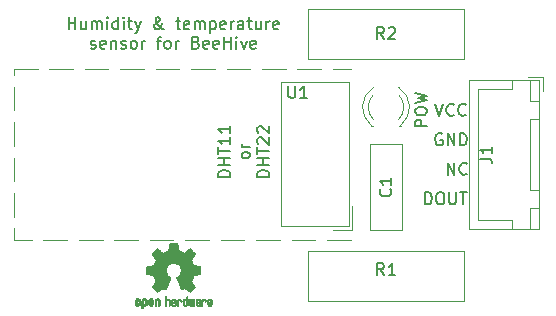
<source format=gbr>
G04 #@! TF.GenerationSoftware,KiCad,Pcbnew,5.1.6-c6e7f7d~87~ubuntu20.04.1*
G04 #@! TF.CreationDate,2020-08-21T14:16:14+01:00*
G04 #@! TF.ProjectId,hum_temp_sensor,68756d5f-7465-46d7-905f-73656e736f72,rev?*
G04 #@! TF.SameCoordinates,Original*
G04 #@! TF.FileFunction,Legend,Top*
G04 #@! TF.FilePolarity,Positive*
%FSLAX46Y46*%
G04 Gerber Fmt 4.6, Leading zero omitted, Abs format (unit mm)*
G04 Created by KiCad (PCBNEW 5.1.6-c6e7f7d~87~ubuntu20.04.1) date 2020-08-21 14:16:14*
%MOMM*%
%LPD*%
G01*
G04 APERTURE LIST*
%ADD10C,0.150000*%
%ADD11C,0.120000*%
%ADD12C,0.010000*%
G04 APERTURE END LIST*
D10*
X106802380Y-111119047D02*
X105802380Y-111119047D01*
X105802380Y-110880952D01*
X105850000Y-110738095D01*
X105945238Y-110642857D01*
X106040476Y-110595238D01*
X106230952Y-110547619D01*
X106373809Y-110547619D01*
X106564285Y-110595238D01*
X106659523Y-110642857D01*
X106754761Y-110738095D01*
X106802380Y-110880952D01*
X106802380Y-111119047D01*
X106802380Y-110119047D02*
X105802380Y-110119047D01*
X106278571Y-110119047D02*
X106278571Y-109547619D01*
X106802380Y-109547619D02*
X105802380Y-109547619D01*
X105802380Y-109214285D02*
X105802380Y-108642857D01*
X106802380Y-108928571D02*
X105802380Y-108928571D01*
X106802380Y-107785714D02*
X106802380Y-108357142D01*
X106802380Y-108071428D02*
X105802380Y-108071428D01*
X105945238Y-108166666D01*
X106040476Y-108261904D01*
X106088095Y-108357142D01*
X106802380Y-106833333D02*
X106802380Y-107404761D01*
X106802380Y-107119047D02*
X105802380Y-107119047D01*
X105945238Y-107214285D01*
X106040476Y-107309523D01*
X106088095Y-107404761D01*
X108452380Y-109380952D02*
X108404761Y-109476190D01*
X108357142Y-109523809D01*
X108261904Y-109571428D01*
X107976190Y-109571428D01*
X107880952Y-109523809D01*
X107833333Y-109476190D01*
X107785714Y-109380952D01*
X107785714Y-109238095D01*
X107833333Y-109142857D01*
X107880952Y-109095238D01*
X107976190Y-109047619D01*
X108261904Y-109047619D01*
X108357142Y-109095238D01*
X108404761Y-109142857D01*
X108452380Y-109238095D01*
X108452380Y-109380952D01*
X108452380Y-108619047D02*
X107785714Y-108619047D01*
X107976190Y-108619047D02*
X107880952Y-108571428D01*
X107833333Y-108523809D01*
X107785714Y-108428571D01*
X107785714Y-108333333D01*
X110102380Y-111119047D02*
X109102380Y-111119047D01*
X109102380Y-110880952D01*
X109150000Y-110738095D01*
X109245238Y-110642857D01*
X109340476Y-110595238D01*
X109530952Y-110547619D01*
X109673809Y-110547619D01*
X109864285Y-110595238D01*
X109959523Y-110642857D01*
X110054761Y-110738095D01*
X110102380Y-110880952D01*
X110102380Y-111119047D01*
X110102380Y-110119047D02*
X109102380Y-110119047D01*
X109578571Y-110119047D02*
X109578571Y-109547619D01*
X110102380Y-109547619D02*
X109102380Y-109547619D01*
X109102380Y-109214285D02*
X109102380Y-108642857D01*
X110102380Y-108928571D02*
X109102380Y-108928571D01*
X109197619Y-108357142D02*
X109150000Y-108309523D01*
X109102380Y-108214285D01*
X109102380Y-107976190D01*
X109150000Y-107880952D01*
X109197619Y-107833333D01*
X109292857Y-107785714D01*
X109388095Y-107785714D01*
X109530952Y-107833333D01*
X110102380Y-108404761D01*
X110102380Y-107785714D01*
X109197619Y-107404761D02*
X109150000Y-107357142D01*
X109102380Y-107261904D01*
X109102380Y-107023809D01*
X109150000Y-106928571D01*
X109197619Y-106880952D01*
X109292857Y-106833333D01*
X109388095Y-106833333D01*
X109530952Y-106880952D01*
X110102380Y-107452380D01*
X110102380Y-106833333D01*
X93119047Y-98627380D02*
X93119047Y-97627380D01*
X93119047Y-98103571D02*
X93690476Y-98103571D01*
X93690476Y-98627380D02*
X93690476Y-97627380D01*
X94595238Y-97960714D02*
X94595238Y-98627380D01*
X94166666Y-97960714D02*
X94166666Y-98484523D01*
X94214285Y-98579761D01*
X94309523Y-98627380D01*
X94452380Y-98627380D01*
X94547619Y-98579761D01*
X94595238Y-98532142D01*
X95071428Y-98627380D02*
X95071428Y-97960714D01*
X95071428Y-98055952D02*
X95119047Y-98008333D01*
X95214285Y-97960714D01*
X95357142Y-97960714D01*
X95452380Y-98008333D01*
X95499999Y-98103571D01*
X95499999Y-98627380D01*
X95499999Y-98103571D02*
X95547619Y-98008333D01*
X95642857Y-97960714D01*
X95785714Y-97960714D01*
X95880952Y-98008333D01*
X95928571Y-98103571D01*
X95928571Y-98627380D01*
X96404761Y-98627380D02*
X96404761Y-97960714D01*
X96404761Y-97627380D02*
X96357142Y-97675000D01*
X96404761Y-97722619D01*
X96452380Y-97675000D01*
X96404761Y-97627380D01*
X96404761Y-97722619D01*
X97309523Y-98627380D02*
X97309523Y-97627380D01*
X97309523Y-98579761D02*
X97214285Y-98627380D01*
X97023809Y-98627380D01*
X96928571Y-98579761D01*
X96880952Y-98532142D01*
X96833333Y-98436904D01*
X96833333Y-98151190D01*
X96880952Y-98055952D01*
X96928571Y-98008333D01*
X97023809Y-97960714D01*
X97214285Y-97960714D01*
X97309523Y-98008333D01*
X97785714Y-98627380D02*
X97785714Y-97960714D01*
X97785714Y-97627380D02*
X97738095Y-97675000D01*
X97785714Y-97722619D01*
X97833333Y-97675000D01*
X97785714Y-97627380D01*
X97785714Y-97722619D01*
X98119047Y-97960714D02*
X98499999Y-97960714D01*
X98261904Y-97627380D02*
X98261904Y-98484523D01*
X98309523Y-98579761D01*
X98404761Y-98627380D01*
X98499999Y-98627380D01*
X98738095Y-97960714D02*
X98976190Y-98627380D01*
X99214285Y-97960714D02*
X98976190Y-98627380D01*
X98880952Y-98865476D01*
X98833333Y-98913095D01*
X98738095Y-98960714D01*
X101166666Y-98627380D02*
X101119047Y-98627380D01*
X101023809Y-98579761D01*
X100880952Y-98436904D01*
X100642857Y-98151190D01*
X100547619Y-98008333D01*
X100499999Y-97865476D01*
X100499999Y-97770238D01*
X100547619Y-97675000D01*
X100642857Y-97627380D01*
X100690476Y-97627380D01*
X100785714Y-97675000D01*
X100833333Y-97770238D01*
X100833333Y-97817857D01*
X100785714Y-97913095D01*
X100738095Y-97960714D01*
X100452380Y-98151190D01*
X100404761Y-98198809D01*
X100357142Y-98294047D01*
X100357142Y-98436904D01*
X100404761Y-98532142D01*
X100452380Y-98579761D01*
X100547619Y-98627380D01*
X100690476Y-98627380D01*
X100785714Y-98579761D01*
X100833333Y-98532142D01*
X100976190Y-98341666D01*
X101023809Y-98198809D01*
X101023809Y-98103571D01*
X102214285Y-97960714D02*
X102595238Y-97960714D01*
X102357142Y-97627380D02*
X102357142Y-98484523D01*
X102404761Y-98579761D01*
X102499999Y-98627380D01*
X102595238Y-98627380D01*
X103309523Y-98579761D02*
X103214285Y-98627380D01*
X103023809Y-98627380D01*
X102928571Y-98579761D01*
X102880952Y-98484523D01*
X102880952Y-98103571D01*
X102928571Y-98008333D01*
X103023809Y-97960714D01*
X103214285Y-97960714D01*
X103309523Y-98008333D01*
X103357142Y-98103571D01*
X103357142Y-98198809D01*
X102880952Y-98294047D01*
X103785714Y-98627380D02*
X103785714Y-97960714D01*
X103785714Y-98055952D02*
X103833333Y-98008333D01*
X103928571Y-97960714D01*
X104071428Y-97960714D01*
X104166666Y-98008333D01*
X104214285Y-98103571D01*
X104214285Y-98627380D01*
X104214285Y-98103571D02*
X104261904Y-98008333D01*
X104357142Y-97960714D01*
X104499999Y-97960714D01*
X104595238Y-98008333D01*
X104642857Y-98103571D01*
X104642857Y-98627380D01*
X105119047Y-97960714D02*
X105119047Y-98960714D01*
X105119047Y-98008333D02*
X105214285Y-97960714D01*
X105404761Y-97960714D01*
X105499999Y-98008333D01*
X105547619Y-98055952D01*
X105595238Y-98151190D01*
X105595238Y-98436904D01*
X105547619Y-98532142D01*
X105499999Y-98579761D01*
X105404761Y-98627380D01*
X105214285Y-98627380D01*
X105119047Y-98579761D01*
X106404761Y-98579761D02*
X106309523Y-98627380D01*
X106119047Y-98627380D01*
X106023809Y-98579761D01*
X105976190Y-98484523D01*
X105976190Y-98103571D01*
X106023809Y-98008333D01*
X106119047Y-97960714D01*
X106309523Y-97960714D01*
X106404761Y-98008333D01*
X106452380Y-98103571D01*
X106452380Y-98198809D01*
X105976190Y-98294047D01*
X106880952Y-98627380D02*
X106880952Y-97960714D01*
X106880952Y-98151190D02*
X106928571Y-98055952D01*
X106976190Y-98008333D01*
X107071428Y-97960714D01*
X107166666Y-97960714D01*
X107928571Y-98627380D02*
X107928571Y-98103571D01*
X107880952Y-98008333D01*
X107785714Y-97960714D01*
X107595238Y-97960714D01*
X107499999Y-98008333D01*
X107928571Y-98579761D02*
X107833333Y-98627380D01*
X107595238Y-98627380D01*
X107499999Y-98579761D01*
X107452380Y-98484523D01*
X107452380Y-98389285D01*
X107499999Y-98294047D01*
X107595238Y-98246428D01*
X107833333Y-98246428D01*
X107928571Y-98198809D01*
X108261904Y-97960714D02*
X108642857Y-97960714D01*
X108404761Y-97627380D02*
X108404761Y-98484523D01*
X108452380Y-98579761D01*
X108547619Y-98627380D01*
X108642857Y-98627380D01*
X109404761Y-97960714D02*
X109404761Y-98627380D01*
X108976190Y-97960714D02*
X108976190Y-98484523D01*
X109023809Y-98579761D01*
X109119047Y-98627380D01*
X109261904Y-98627380D01*
X109357142Y-98579761D01*
X109404761Y-98532142D01*
X109880952Y-98627380D02*
X109880952Y-97960714D01*
X109880952Y-98151190D02*
X109928571Y-98055952D01*
X109976190Y-98008333D01*
X110071428Y-97960714D01*
X110166666Y-97960714D01*
X110880952Y-98579761D02*
X110785714Y-98627380D01*
X110595238Y-98627380D01*
X110499999Y-98579761D01*
X110452380Y-98484523D01*
X110452380Y-98103571D01*
X110499999Y-98008333D01*
X110595238Y-97960714D01*
X110785714Y-97960714D01*
X110880952Y-98008333D01*
X110928571Y-98103571D01*
X110928571Y-98198809D01*
X110452380Y-98294047D01*
X95000000Y-100229761D02*
X95095238Y-100277380D01*
X95285714Y-100277380D01*
X95380952Y-100229761D01*
X95428571Y-100134523D01*
X95428571Y-100086904D01*
X95380952Y-99991666D01*
X95285714Y-99944047D01*
X95142857Y-99944047D01*
X95047619Y-99896428D01*
X95000000Y-99801190D01*
X95000000Y-99753571D01*
X95047619Y-99658333D01*
X95142857Y-99610714D01*
X95285714Y-99610714D01*
X95380952Y-99658333D01*
X96238095Y-100229761D02*
X96142857Y-100277380D01*
X95952380Y-100277380D01*
X95857142Y-100229761D01*
X95809523Y-100134523D01*
X95809523Y-99753571D01*
X95857142Y-99658333D01*
X95952380Y-99610714D01*
X96142857Y-99610714D01*
X96238095Y-99658333D01*
X96285714Y-99753571D01*
X96285714Y-99848809D01*
X95809523Y-99944047D01*
X96714285Y-99610714D02*
X96714285Y-100277380D01*
X96714285Y-99705952D02*
X96761904Y-99658333D01*
X96857142Y-99610714D01*
X97000000Y-99610714D01*
X97095238Y-99658333D01*
X97142857Y-99753571D01*
X97142857Y-100277380D01*
X97571428Y-100229761D02*
X97666666Y-100277380D01*
X97857142Y-100277380D01*
X97952380Y-100229761D01*
X98000000Y-100134523D01*
X98000000Y-100086904D01*
X97952380Y-99991666D01*
X97857142Y-99944047D01*
X97714285Y-99944047D01*
X97619047Y-99896428D01*
X97571428Y-99801190D01*
X97571428Y-99753571D01*
X97619047Y-99658333D01*
X97714285Y-99610714D01*
X97857142Y-99610714D01*
X97952380Y-99658333D01*
X98571428Y-100277380D02*
X98476190Y-100229761D01*
X98428571Y-100182142D01*
X98380952Y-100086904D01*
X98380952Y-99801190D01*
X98428571Y-99705952D01*
X98476190Y-99658333D01*
X98571428Y-99610714D01*
X98714285Y-99610714D01*
X98809523Y-99658333D01*
X98857142Y-99705952D01*
X98904761Y-99801190D01*
X98904761Y-100086904D01*
X98857142Y-100182142D01*
X98809523Y-100229761D01*
X98714285Y-100277380D01*
X98571428Y-100277380D01*
X99333333Y-100277380D02*
X99333333Y-99610714D01*
X99333333Y-99801190D02*
X99380952Y-99705952D01*
X99428571Y-99658333D01*
X99523809Y-99610714D01*
X99619047Y-99610714D01*
X100571428Y-99610714D02*
X100952380Y-99610714D01*
X100714285Y-100277380D02*
X100714285Y-99420238D01*
X100761904Y-99325000D01*
X100857142Y-99277380D01*
X100952380Y-99277380D01*
X101428571Y-100277380D02*
X101333333Y-100229761D01*
X101285714Y-100182142D01*
X101238095Y-100086904D01*
X101238095Y-99801190D01*
X101285714Y-99705952D01*
X101333333Y-99658333D01*
X101428571Y-99610714D01*
X101571428Y-99610714D01*
X101666666Y-99658333D01*
X101714285Y-99705952D01*
X101761904Y-99801190D01*
X101761904Y-100086904D01*
X101714285Y-100182142D01*
X101666666Y-100229761D01*
X101571428Y-100277380D01*
X101428571Y-100277380D01*
X102190476Y-100277380D02*
X102190476Y-99610714D01*
X102190476Y-99801190D02*
X102238095Y-99705952D01*
X102285714Y-99658333D01*
X102380952Y-99610714D01*
X102476190Y-99610714D01*
X103904761Y-99753571D02*
X104047619Y-99801190D01*
X104095238Y-99848809D01*
X104142857Y-99944047D01*
X104142857Y-100086904D01*
X104095238Y-100182142D01*
X104047619Y-100229761D01*
X103952380Y-100277380D01*
X103571428Y-100277380D01*
X103571428Y-99277380D01*
X103904761Y-99277380D01*
X104000000Y-99325000D01*
X104047619Y-99372619D01*
X104095238Y-99467857D01*
X104095238Y-99563095D01*
X104047619Y-99658333D01*
X104000000Y-99705952D01*
X103904761Y-99753571D01*
X103571428Y-99753571D01*
X104952380Y-100229761D02*
X104857142Y-100277380D01*
X104666666Y-100277380D01*
X104571428Y-100229761D01*
X104523809Y-100134523D01*
X104523809Y-99753571D01*
X104571428Y-99658333D01*
X104666666Y-99610714D01*
X104857142Y-99610714D01*
X104952380Y-99658333D01*
X105000000Y-99753571D01*
X105000000Y-99848809D01*
X104523809Y-99944047D01*
X105809523Y-100229761D02*
X105714285Y-100277380D01*
X105523809Y-100277380D01*
X105428571Y-100229761D01*
X105380952Y-100134523D01*
X105380952Y-99753571D01*
X105428571Y-99658333D01*
X105523809Y-99610714D01*
X105714285Y-99610714D01*
X105809523Y-99658333D01*
X105857142Y-99753571D01*
X105857142Y-99848809D01*
X105380952Y-99944047D01*
X106285714Y-100277380D02*
X106285714Y-99277380D01*
X106285714Y-99753571D02*
X106857142Y-99753571D01*
X106857142Y-100277380D02*
X106857142Y-99277380D01*
X107333333Y-100277380D02*
X107333333Y-99610714D01*
X107333333Y-99277380D02*
X107285714Y-99325000D01*
X107333333Y-99372619D01*
X107380952Y-99325000D01*
X107333333Y-99277380D01*
X107333333Y-99372619D01*
X107714285Y-99610714D02*
X107952380Y-100277380D01*
X108190476Y-99610714D01*
X108952380Y-100229761D02*
X108857142Y-100277380D01*
X108666666Y-100277380D01*
X108571428Y-100229761D01*
X108523809Y-100134523D01*
X108523809Y-99753571D01*
X108571428Y-99658333D01*
X108666666Y-99610714D01*
X108857142Y-99610714D01*
X108952380Y-99658333D01*
X109000000Y-99753571D01*
X109000000Y-99848809D01*
X108523809Y-99944047D01*
D11*
X88500000Y-102500000D02*
X88500000Y-102000000D01*
X117000000Y-102000000D02*
X115500000Y-102000000D01*
X114500000Y-102000000D02*
X112500000Y-102000000D01*
X111500000Y-102000000D02*
X109500000Y-102000000D01*
X108500000Y-102000000D02*
X106500000Y-102000000D01*
X102500000Y-102000000D02*
X100500000Y-102000000D01*
X105500000Y-102000000D02*
X103500000Y-102000000D01*
X96500000Y-102000000D02*
X94500000Y-102000000D01*
X99500000Y-102000000D02*
X97500000Y-102000000D01*
X90500000Y-102000000D02*
X88500000Y-102000000D01*
X93500000Y-102000000D02*
X91500000Y-102000000D01*
X88500000Y-105500000D02*
X88500000Y-103500000D01*
X88500000Y-108500000D02*
X88500000Y-106500000D01*
X88500000Y-111500000D02*
X88500000Y-109500000D01*
X88500000Y-114500000D02*
X88500000Y-112500000D01*
X88500000Y-116500000D02*
X88500000Y-115500000D01*
X90000000Y-116500000D02*
X88500000Y-116500000D01*
X96000000Y-116500000D02*
X94000000Y-116500000D01*
X93000000Y-116500000D02*
X91000000Y-116500000D01*
X102000000Y-116500000D02*
X100000000Y-116500000D01*
X99000000Y-116500000D02*
X97000000Y-116500000D01*
X108000000Y-116500000D02*
X106000000Y-116500000D01*
X105000000Y-116500000D02*
X103000000Y-116500000D01*
X111000000Y-116500000D02*
X109000000Y-116500000D01*
X114000000Y-116500000D02*
X112000000Y-116500000D01*
X117000000Y-116500000D02*
X115000000Y-116500000D01*
D10*
X124166666Y-104952380D02*
X124500000Y-105952380D01*
X124833333Y-104952380D01*
X125738095Y-105857142D02*
X125690476Y-105904761D01*
X125547619Y-105952380D01*
X125452380Y-105952380D01*
X125309523Y-105904761D01*
X125214285Y-105809523D01*
X125166666Y-105714285D01*
X125119047Y-105523809D01*
X125119047Y-105380952D01*
X125166666Y-105190476D01*
X125214285Y-105095238D01*
X125309523Y-105000000D01*
X125452380Y-104952380D01*
X125547619Y-104952380D01*
X125690476Y-105000000D01*
X125738095Y-105047619D01*
X126738095Y-105857142D02*
X126690476Y-105904761D01*
X126547619Y-105952380D01*
X126452380Y-105952380D01*
X126309523Y-105904761D01*
X126214285Y-105809523D01*
X126166666Y-105714285D01*
X126119047Y-105523809D01*
X126119047Y-105380952D01*
X126166666Y-105190476D01*
X126214285Y-105095238D01*
X126309523Y-105000000D01*
X126452380Y-104952380D01*
X126547619Y-104952380D01*
X126690476Y-105000000D01*
X126738095Y-105047619D01*
X124738095Y-107500000D02*
X124642857Y-107452380D01*
X124500000Y-107452380D01*
X124357142Y-107500000D01*
X124261904Y-107595238D01*
X124214285Y-107690476D01*
X124166666Y-107880952D01*
X124166666Y-108023809D01*
X124214285Y-108214285D01*
X124261904Y-108309523D01*
X124357142Y-108404761D01*
X124500000Y-108452380D01*
X124595238Y-108452380D01*
X124738095Y-108404761D01*
X124785714Y-108357142D01*
X124785714Y-108023809D01*
X124595238Y-108023809D01*
X125214285Y-108452380D02*
X125214285Y-107452380D01*
X125785714Y-108452380D01*
X125785714Y-107452380D01*
X126261904Y-108452380D02*
X126261904Y-107452380D01*
X126500000Y-107452380D01*
X126642857Y-107500000D01*
X126738095Y-107595238D01*
X126785714Y-107690476D01*
X126833333Y-107880952D01*
X126833333Y-108023809D01*
X126785714Y-108214285D01*
X126738095Y-108309523D01*
X126642857Y-108404761D01*
X126500000Y-108452380D01*
X126261904Y-108452380D01*
X123309523Y-113452380D02*
X123309523Y-112452380D01*
X123547619Y-112452380D01*
X123690476Y-112500000D01*
X123785714Y-112595238D01*
X123833333Y-112690476D01*
X123880952Y-112880952D01*
X123880952Y-113023809D01*
X123833333Y-113214285D01*
X123785714Y-113309523D01*
X123690476Y-113404761D01*
X123547619Y-113452380D01*
X123309523Y-113452380D01*
X124500000Y-112452380D02*
X124690476Y-112452380D01*
X124785714Y-112500000D01*
X124880952Y-112595238D01*
X124928571Y-112785714D01*
X124928571Y-113119047D01*
X124880952Y-113309523D01*
X124785714Y-113404761D01*
X124690476Y-113452380D01*
X124500000Y-113452380D01*
X124404761Y-113404761D01*
X124309523Y-113309523D01*
X124261904Y-113119047D01*
X124261904Y-112785714D01*
X124309523Y-112595238D01*
X124404761Y-112500000D01*
X124500000Y-112452380D01*
X125357142Y-112452380D02*
X125357142Y-113261904D01*
X125404761Y-113357142D01*
X125452380Y-113404761D01*
X125547619Y-113452380D01*
X125738095Y-113452380D01*
X125833333Y-113404761D01*
X125880952Y-113357142D01*
X125928571Y-113261904D01*
X125928571Y-112452380D01*
X126261904Y-112452380D02*
X126833333Y-112452380D01*
X126547619Y-113452380D02*
X126547619Y-112452380D01*
X125214285Y-110952380D02*
X125214285Y-109952380D01*
X125785714Y-110952380D01*
X125785714Y-109952380D01*
X126833333Y-110857142D02*
X126785714Y-110904761D01*
X126642857Y-110952380D01*
X126547619Y-110952380D01*
X126404761Y-110904761D01*
X126309523Y-110809523D01*
X126261904Y-110714285D01*
X126214285Y-110523809D01*
X126214285Y-110380952D01*
X126261904Y-110190476D01*
X126309523Y-110095238D01*
X126404761Y-110000000D01*
X126547619Y-109952380D01*
X126642857Y-109952380D01*
X126785714Y-110000000D01*
X126833333Y-110047619D01*
X123452380Y-106857142D02*
X122452380Y-106857142D01*
X122452380Y-106476190D01*
X122500000Y-106380952D01*
X122547619Y-106333333D01*
X122642857Y-106285714D01*
X122785714Y-106285714D01*
X122880952Y-106333333D01*
X122928571Y-106380952D01*
X122976190Y-106476190D01*
X122976190Y-106857142D01*
X122452380Y-105666666D02*
X122452380Y-105476190D01*
X122500000Y-105380952D01*
X122595238Y-105285714D01*
X122785714Y-105238095D01*
X123119047Y-105238095D01*
X123309523Y-105285714D01*
X123404761Y-105380952D01*
X123452380Y-105476190D01*
X123452380Y-105666666D01*
X123404761Y-105761904D01*
X123309523Y-105857142D01*
X123119047Y-105904761D01*
X122785714Y-105904761D01*
X122595238Y-105857142D01*
X122500000Y-105761904D01*
X122452380Y-105666666D01*
X122452380Y-104904761D02*
X123452380Y-104666666D01*
X122738095Y-104476190D01*
X123452380Y-104285714D01*
X122452380Y-104047619D01*
D12*
G36*
X99599744Y-121419918D02*
G01*
X99655201Y-121447568D01*
X99704148Y-121498480D01*
X99717629Y-121517338D01*
X99732314Y-121542015D01*
X99741842Y-121568816D01*
X99747293Y-121604587D01*
X99749747Y-121656169D01*
X99750286Y-121724267D01*
X99747852Y-121817588D01*
X99739394Y-121887657D01*
X99723174Y-121939931D01*
X99697454Y-121979869D01*
X99660497Y-122012929D01*
X99657782Y-122014886D01*
X99621360Y-122034908D01*
X99577502Y-122044815D01*
X99521724Y-122047257D01*
X99431048Y-122047257D01*
X99431010Y-122135283D01*
X99430166Y-122184308D01*
X99425024Y-122213065D01*
X99411587Y-122230311D01*
X99385858Y-122244808D01*
X99379679Y-122247769D01*
X99350764Y-122261648D01*
X99328376Y-122270414D01*
X99311729Y-122271171D01*
X99300036Y-122261023D01*
X99292510Y-122237073D01*
X99288366Y-122196426D01*
X99286815Y-122136186D01*
X99287071Y-122053455D01*
X99288349Y-121945339D01*
X99288748Y-121913000D01*
X99290185Y-121801524D01*
X99291472Y-121728603D01*
X99430971Y-121728603D01*
X99431755Y-121790499D01*
X99435240Y-121830997D01*
X99443124Y-121857708D01*
X99457105Y-121878244D01*
X99466597Y-121888260D01*
X99505404Y-121917567D01*
X99539763Y-121919952D01*
X99575216Y-121895750D01*
X99576114Y-121894857D01*
X99590539Y-121876153D01*
X99599313Y-121850732D01*
X99603739Y-121811584D01*
X99605118Y-121751697D01*
X99605143Y-121738430D01*
X99601812Y-121655901D01*
X99590969Y-121598691D01*
X99571340Y-121563766D01*
X99541650Y-121548094D01*
X99524491Y-121546514D01*
X99483766Y-121553926D01*
X99455832Y-121578330D01*
X99439017Y-121622980D01*
X99431650Y-121691130D01*
X99430971Y-121728603D01*
X99291472Y-121728603D01*
X99291708Y-121715245D01*
X99293677Y-121650333D01*
X99296450Y-121602958D01*
X99300388Y-121569290D01*
X99305849Y-121545498D01*
X99313192Y-121527753D01*
X99322777Y-121512224D01*
X99326887Y-121506381D01*
X99381405Y-121451185D01*
X99450336Y-121419890D01*
X99530072Y-121411165D01*
X99599744Y-121419918D01*
G37*
X99599744Y-121419918D02*
X99655201Y-121447568D01*
X99704148Y-121498480D01*
X99717629Y-121517338D01*
X99732314Y-121542015D01*
X99741842Y-121568816D01*
X99747293Y-121604587D01*
X99749747Y-121656169D01*
X99750286Y-121724267D01*
X99747852Y-121817588D01*
X99739394Y-121887657D01*
X99723174Y-121939931D01*
X99697454Y-121979869D01*
X99660497Y-122012929D01*
X99657782Y-122014886D01*
X99621360Y-122034908D01*
X99577502Y-122044815D01*
X99521724Y-122047257D01*
X99431048Y-122047257D01*
X99431010Y-122135283D01*
X99430166Y-122184308D01*
X99425024Y-122213065D01*
X99411587Y-122230311D01*
X99385858Y-122244808D01*
X99379679Y-122247769D01*
X99350764Y-122261648D01*
X99328376Y-122270414D01*
X99311729Y-122271171D01*
X99300036Y-122261023D01*
X99292510Y-122237073D01*
X99288366Y-122196426D01*
X99286815Y-122136186D01*
X99287071Y-122053455D01*
X99288349Y-121945339D01*
X99288748Y-121913000D01*
X99290185Y-121801524D01*
X99291472Y-121728603D01*
X99430971Y-121728603D01*
X99431755Y-121790499D01*
X99435240Y-121830997D01*
X99443124Y-121857708D01*
X99457105Y-121878244D01*
X99466597Y-121888260D01*
X99505404Y-121917567D01*
X99539763Y-121919952D01*
X99575216Y-121895750D01*
X99576114Y-121894857D01*
X99590539Y-121876153D01*
X99599313Y-121850732D01*
X99603739Y-121811584D01*
X99605118Y-121751697D01*
X99605143Y-121738430D01*
X99601812Y-121655901D01*
X99590969Y-121598691D01*
X99571340Y-121563766D01*
X99541650Y-121548094D01*
X99524491Y-121546514D01*
X99483766Y-121553926D01*
X99455832Y-121578330D01*
X99439017Y-121622980D01*
X99431650Y-121691130D01*
X99430971Y-121728603D01*
X99291472Y-121728603D01*
X99291708Y-121715245D01*
X99293677Y-121650333D01*
X99296450Y-121602958D01*
X99300388Y-121569290D01*
X99305849Y-121545498D01*
X99313192Y-121527753D01*
X99322777Y-121512224D01*
X99326887Y-121506381D01*
X99381405Y-121451185D01*
X99450336Y-121419890D01*
X99530072Y-121411165D01*
X99599744Y-121419918D01*
G36*
X100716093Y-121427780D02*
G01*
X100762672Y-121454723D01*
X100795057Y-121481466D01*
X100818742Y-121509484D01*
X100835059Y-121543748D01*
X100845339Y-121589227D01*
X100850914Y-121650892D01*
X100853116Y-121733711D01*
X100853371Y-121793246D01*
X100853371Y-122012391D01*
X100791686Y-122040044D01*
X100730000Y-122067697D01*
X100722743Y-121827670D01*
X100719744Y-121738028D01*
X100716598Y-121672962D01*
X100712701Y-121628026D01*
X100707447Y-121598770D01*
X100700231Y-121580748D01*
X100690450Y-121569511D01*
X100687312Y-121567079D01*
X100639761Y-121548083D01*
X100591697Y-121555600D01*
X100563086Y-121575543D01*
X100551447Y-121589675D01*
X100543391Y-121608220D01*
X100538271Y-121636334D01*
X100535441Y-121679173D01*
X100534256Y-121741895D01*
X100534057Y-121807261D01*
X100534018Y-121889268D01*
X100532614Y-121947316D01*
X100527914Y-121986465D01*
X100517987Y-122011780D01*
X100500903Y-122028323D01*
X100474732Y-122041156D01*
X100439775Y-122054491D01*
X100401596Y-122069007D01*
X100406141Y-121811389D01*
X100407971Y-121718519D01*
X100410112Y-121649889D01*
X100413181Y-121600711D01*
X100417794Y-121566198D01*
X100424568Y-121541562D01*
X100434119Y-121522016D01*
X100445634Y-121504770D01*
X100501190Y-121449680D01*
X100568980Y-121417822D01*
X100642713Y-121410191D01*
X100716093Y-121427780D01*
G37*
X100716093Y-121427780D02*
X100762672Y-121454723D01*
X100795057Y-121481466D01*
X100818742Y-121509484D01*
X100835059Y-121543748D01*
X100845339Y-121589227D01*
X100850914Y-121650892D01*
X100853116Y-121733711D01*
X100853371Y-121793246D01*
X100853371Y-122012391D01*
X100791686Y-122040044D01*
X100730000Y-122067697D01*
X100722743Y-121827670D01*
X100719744Y-121738028D01*
X100716598Y-121672962D01*
X100712701Y-121628026D01*
X100707447Y-121598770D01*
X100700231Y-121580748D01*
X100690450Y-121569511D01*
X100687312Y-121567079D01*
X100639761Y-121548083D01*
X100591697Y-121555600D01*
X100563086Y-121575543D01*
X100551447Y-121589675D01*
X100543391Y-121608220D01*
X100538271Y-121636334D01*
X100535441Y-121679173D01*
X100534256Y-121741895D01*
X100534057Y-121807261D01*
X100534018Y-121889268D01*
X100532614Y-121947316D01*
X100527914Y-121986465D01*
X100517987Y-122011780D01*
X100500903Y-122028323D01*
X100474732Y-122041156D01*
X100439775Y-122054491D01*
X100401596Y-122069007D01*
X100406141Y-121811389D01*
X100407971Y-121718519D01*
X100410112Y-121649889D01*
X100413181Y-121600711D01*
X100417794Y-121566198D01*
X100424568Y-121541562D01*
X100434119Y-121522016D01*
X100445634Y-121504770D01*
X100501190Y-121449680D01*
X100568980Y-121417822D01*
X100642713Y-121410191D01*
X100716093Y-121427780D01*
G36*
X99041115Y-121421962D02*
G01*
X99109145Y-121457733D01*
X99159351Y-121515301D01*
X99177185Y-121552312D01*
X99191063Y-121607882D01*
X99198167Y-121678096D01*
X99198840Y-121754727D01*
X99193427Y-121829552D01*
X99182270Y-121894342D01*
X99165714Y-121940873D01*
X99160626Y-121948887D01*
X99100355Y-122008707D01*
X99028769Y-122044535D01*
X98951092Y-122055020D01*
X98872548Y-122038810D01*
X98850689Y-122029092D01*
X98808122Y-121999143D01*
X98770763Y-121959433D01*
X98767232Y-121954397D01*
X98752881Y-121930124D01*
X98743394Y-121904178D01*
X98737790Y-121870022D01*
X98735086Y-121821119D01*
X98734299Y-121750935D01*
X98734286Y-121735200D01*
X98734322Y-121730192D01*
X98879429Y-121730192D01*
X98880273Y-121796430D01*
X98883596Y-121840386D01*
X98890583Y-121868779D01*
X98902416Y-121888325D01*
X98908457Y-121894857D01*
X98943186Y-121919680D01*
X98976903Y-121918548D01*
X99010995Y-121897016D01*
X99031329Y-121874029D01*
X99043371Y-121840478D01*
X99050134Y-121787569D01*
X99050598Y-121781399D01*
X99051752Y-121685513D01*
X99039688Y-121614299D01*
X99014570Y-121568194D01*
X98976560Y-121547635D01*
X98962992Y-121546514D01*
X98927364Y-121552152D01*
X98902994Y-121571686D01*
X98888093Y-121609042D01*
X98880875Y-121668150D01*
X98879429Y-121730192D01*
X98734322Y-121730192D01*
X98734826Y-121660413D01*
X98737096Y-121608159D01*
X98742068Y-121571949D01*
X98750713Y-121545299D01*
X98764005Y-121521722D01*
X98766943Y-121517338D01*
X98816313Y-121458249D01*
X98870109Y-121423947D01*
X98935602Y-121410331D01*
X98957842Y-121409665D01*
X99041115Y-121421962D01*
G37*
X99041115Y-121421962D02*
X99109145Y-121457733D01*
X99159351Y-121515301D01*
X99177185Y-121552312D01*
X99191063Y-121607882D01*
X99198167Y-121678096D01*
X99198840Y-121754727D01*
X99193427Y-121829552D01*
X99182270Y-121894342D01*
X99165714Y-121940873D01*
X99160626Y-121948887D01*
X99100355Y-122008707D01*
X99028769Y-122044535D01*
X98951092Y-122055020D01*
X98872548Y-122038810D01*
X98850689Y-122029092D01*
X98808122Y-121999143D01*
X98770763Y-121959433D01*
X98767232Y-121954397D01*
X98752881Y-121930124D01*
X98743394Y-121904178D01*
X98737790Y-121870022D01*
X98735086Y-121821119D01*
X98734299Y-121750935D01*
X98734286Y-121735200D01*
X98734322Y-121730192D01*
X98879429Y-121730192D01*
X98880273Y-121796430D01*
X98883596Y-121840386D01*
X98890583Y-121868779D01*
X98902416Y-121888325D01*
X98908457Y-121894857D01*
X98943186Y-121919680D01*
X98976903Y-121918548D01*
X99010995Y-121897016D01*
X99031329Y-121874029D01*
X99043371Y-121840478D01*
X99050134Y-121787569D01*
X99050598Y-121781399D01*
X99051752Y-121685513D01*
X99039688Y-121614299D01*
X99014570Y-121568194D01*
X98976560Y-121547635D01*
X98962992Y-121546514D01*
X98927364Y-121552152D01*
X98902994Y-121571686D01*
X98888093Y-121609042D01*
X98880875Y-121668150D01*
X98879429Y-121730192D01*
X98734322Y-121730192D01*
X98734826Y-121660413D01*
X98737096Y-121608159D01*
X98742068Y-121571949D01*
X98750713Y-121545299D01*
X98764005Y-121521722D01*
X98766943Y-121517338D01*
X98816313Y-121458249D01*
X98870109Y-121423947D01*
X98935602Y-121410331D01*
X98957842Y-121409665D01*
X99041115Y-121421962D01*
G36*
X100168303Y-121431239D02*
G01*
X100225527Y-121469735D01*
X100269749Y-121525335D01*
X100296167Y-121596086D01*
X100301510Y-121648162D01*
X100300903Y-121669893D01*
X100295822Y-121686531D01*
X100281855Y-121701437D01*
X100254589Y-121717973D01*
X100209612Y-121739498D01*
X100142511Y-121769374D01*
X100142171Y-121769524D01*
X100080407Y-121797813D01*
X100029759Y-121822933D01*
X99995404Y-121842179D01*
X99982518Y-121852848D01*
X99982514Y-121852934D01*
X99993872Y-121876166D01*
X100020431Y-121901774D01*
X100050923Y-121920221D01*
X100066370Y-121923886D01*
X100108515Y-121911212D01*
X100144808Y-121879471D01*
X100162517Y-121844572D01*
X100179552Y-121818845D01*
X100212922Y-121789546D01*
X100252149Y-121764235D01*
X100286756Y-121750471D01*
X100293993Y-121749714D01*
X100302139Y-121762160D01*
X100302630Y-121793972D01*
X100296643Y-121836866D01*
X100285357Y-121882558D01*
X100269950Y-121922761D01*
X100269171Y-121924322D01*
X100222804Y-121989062D01*
X100162711Y-122033097D01*
X100094465Y-122054711D01*
X100023638Y-122052185D01*
X99955804Y-122023804D01*
X99952788Y-122021808D01*
X99899427Y-121973448D01*
X99864340Y-121910352D01*
X99844922Y-121827387D01*
X99842316Y-121804078D01*
X99837701Y-121694055D01*
X99843233Y-121642748D01*
X99982514Y-121642748D01*
X99984324Y-121674753D01*
X99994222Y-121684093D01*
X100018898Y-121677105D01*
X100057795Y-121660587D01*
X100101275Y-121639881D01*
X100102356Y-121639333D01*
X100139209Y-121619949D01*
X100154000Y-121607013D01*
X100150353Y-121593451D01*
X100134995Y-121575632D01*
X100095923Y-121549845D01*
X100053846Y-121547950D01*
X100016103Y-121566717D01*
X99990034Y-121602915D01*
X99982514Y-121642748D01*
X99843233Y-121642748D01*
X99847194Y-121606027D01*
X99871550Y-121536212D01*
X99905456Y-121487302D01*
X99966653Y-121437878D01*
X100034063Y-121413359D01*
X100102880Y-121411797D01*
X100168303Y-121431239D01*
G37*
X100168303Y-121431239D02*
X100225527Y-121469735D01*
X100269749Y-121525335D01*
X100296167Y-121596086D01*
X100301510Y-121648162D01*
X100300903Y-121669893D01*
X100295822Y-121686531D01*
X100281855Y-121701437D01*
X100254589Y-121717973D01*
X100209612Y-121739498D01*
X100142511Y-121769374D01*
X100142171Y-121769524D01*
X100080407Y-121797813D01*
X100029759Y-121822933D01*
X99995404Y-121842179D01*
X99982518Y-121852848D01*
X99982514Y-121852934D01*
X99993872Y-121876166D01*
X100020431Y-121901774D01*
X100050923Y-121920221D01*
X100066370Y-121923886D01*
X100108515Y-121911212D01*
X100144808Y-121879471D01*
X100162517Y-121844572D01*
X100179552Y-121818845D01*
X100212922Y-121789546D01*
X100252149Y-121764235D01*
X100286756Y-121750471D01*
X100293993Y-121749714D01*
X100302139Y-121762160D01*
X100302630Y-121793972D01*
X100296643Y-121836866D01*
X100285357Y-121882558D01*
X100269950Y-121922761D01*
X100269171Y-121924322D01*
X100222804Y-121989062D01*
X100162711Y-122033097D01*
X100094465Y-122054711D01*
X100023638Y-122052185D01*
X99955804Y-122023804D01*
X99952788Y-122021808D01*
X99899427Y-121973448D01*
X99864340Y-121910352D01*
X99844922Y-121827387D01*
X99842316Y-121804078D01*
X99837701Y-121694055D01*
X99843233Y-121642748D01*
X99982514Y-121642748D01*
X99984324Y-121674753D01*
X99994222Y-121684093D01*
X100018898Y-121677105D01*
X100057795Y-121660587D01*
X100101275Y-121639881D01*
X100102356Y-121639333D01*
X100139209Y-121619949D01*
X100154000Y-121607013D01*
X100150353Y-121593451D01*
X100134995Y-121575632D01*
X100095923Y-121549845D01*
X100053846Y-121547950D01*
X100016103Y-121566717D01*
X99990034Y-121602915D01*
X99982514Y-121642748D01*
X99843233Y-121642748D01*
X99847194Y-121606027D01*
X99871550Y-121536212D01*
X99905456Y-121487302D01*
X99966653Y-121437878D01*
X100034063Y-121413359D01*
X100102880Y-121411797D01*
X100168303Y-121431239D01*
G36*
X101375886Y-121351289D02*
G01*
X101380139Y-121410613D01*
X101385025Y-121445572D01*
X101391795Y-121460820D01*
X101401702Y-121461015D01*
X101404914Y-121459195D01*
X101447644Y-121446015D01*
X101503227Y-121446785D01*
X101559737Y-121460333D01*
X101595082Y-121477861D01*
X101631321Y-121505861D01*
X101657813Y-121537549D01*
X101675999Y-121577813D01*
X101687322Y-121631543D01*
X101693222Y-121703626D01*
X101695143Y-121798951D01*
X101695177Y-121817237D01*
X101695200Y-122022646D01*
X101649491Y-122038580D01*
X101617027Y-122049420D01*
X101599215Y-122054468D01*
X101598691Y-122054514D01*
X101596937Y-122040828D01*
X101595444Y-122003076D01*
X101594326Y-121946224D01*
X101593697Y-121875234D01*
X101593600Y-121832073D01*
X101593398Y-121746973D01*
X101592358Y-121685981D01*
X101589831Y-121644177D01*
X101585164Y-121616642D01*
X101577707Y-121598456D01*
X101566811Y-121584698D01*
X101560007Y-121578073D01*
X101513272Y-121551375D01*
X101462272Y-121549375D01*
X101416001Y-121571955D01*
X101407444Y-121580107D01*
X101394893Y-121595436D01*
X101386188Y-121613618D01*
X101380631Y-121639909D01*
X101377526Y-121679562D01*
X101376176Y-121737832D01*
X101375886Y-121818173D01*
X101375886Y-122022646D01*
X101330177Y-122038580D01*
X101297713Y-122049420D01*
X101279901Y-122054468D01*
X101279377Y-122054514D01*
X101278037Y-122040623D01*
X101276828Y-122001439D01*
X101275801Y-121940700D01*
X101275002Y-121862141D01*
X101274481Y-121769498D01*
X101274286Y-121666509D01*
X101274286Y-121269342D01*
X101321457Y-121249444D01*
X101368629Y-121229547D01*
X101375886Y-121351289D01*
G37*
X101375886Y-121351289D02*
X101380139Y-121410613D01*
X101385025Y-121445572D01*
X101391795Y-121460820D01*
X101401702Y-121461015D01*
X101404914Y-121459195D01*
X101447644Y-121446015D01*
X101503227Y-121446785D01*
X101559737Y-121460333D01*
X101595082Y-121477861D01*
X101631321Y-121505861D01*
X101657813Y-121537549D01*
X101675999Y-121577813D01*
X101687322Y-121631543D01*
X101693222Y-121703626D01*
X101695143Y-121798951D01*
X101695177Y-121817237D01*
X101695200Y-122022646D01*
X101649491Y-122038580D01*
X101617027Y-122049420D01*
X101599215Y-122054468D01*
X101598691Y-122054514D01*
X101596937Y-122040828D01*
X101595444Y-122003076D01*
X101594326Y-121946224D01*
X101593697Y-121875234D01*
X101593600Y-121832073D01*
X101593398Y-121746973D01*
X101592358Y-121685981D01*
X101589831Y-121644177D01*
X101585164Y-121616642D01*
X101577707Y-121598456D01*
X101566811Y-121584698D01*
X101560007Y-121578073D01*
X101513272Y-121551375D01*
X101462272Y-121549375D01*
X101416001Y-121571955D01*
X101407444Y-121580107D01*
X101394893Y-121595436D01*
X101386188Y-121613618D01*
X101380631Y-121639909D01*
X101377526Y-121679562D01*
X101376176Y-121737832D01*
X101375886Y-121818173D01*
X101375886Y-122022646D01*
X101330177Y-122038580D01*
X101297713Y-122049420D01*
X101279901Y-122054468D01*
X101279377Y-122054514D01*
X101278037Y-122040623D01*
X101276828Y-122001439D01*
X101275801Y-121940700D01*
X101275002Y-121862141D01*
X101274481Y-121769498D01*
X101274286Y-121666509D01*
X101274286Y-121269342D01*
X101321457Y-121249444D01*
X101368629Y-121229547D01*
X101375886Y-121351289D01*
G36*
X102039744Y-121450968D02*
G01*
X102096616Y-121472087D01*
X102097267Y-121472493D01*
X102132440Y-121498380D01*
X102158407Y-121528633D01*
X102176670Y-121568058D01*
X102188732Y-121621462D01*
X102196096Y-121693651D01*
X102200264Y-121789432D01*
X102200629Y-121803078D01*
X102205876Y-122008842D01*
X102161716Y-122031678D01*
X102129763Y-122047110D01*
X102110470Y-122054423D01*
X102109578Y-122054514D01*
X102106239Y-122041022D01*
X102103587Y-122004626D01*
X102101956Y-121951452D01*
X102101600Y-121908393D01*
X102101592Y-121838641D01*
X102098403Y-121794837D01*
X102087288Y-121773944D01*
X102063501Y-121772925D01*
X102022296Y-121788741D01*
X101960086Y-121817815D01*
X101914341Y-121841963D01*
X101890813Y-121862913D01*
X101883896Y-121885747D01*
X101883886Y-121886877D01*
X101895299Y-121926212D01*
X101929092Y-121947462D01*
X101980809Y-121950539D01*
X102018061Y-121950006D01*
X102037703Y-121960735D01*
X102049952Y-121986505D01*
X102057002Y-122019337D01*
X102046842Y-122037966D01*
X102043017Y-122040632D01*
X102007001Y-122051340D01*
X101956566Y-122052856D01*
X101904626Y-122045759D01*
X101867822Y-122032788D01*
X101816938Y-121989585D01*
X101788014Y-121929446D01*
X101782286Y-121882462D01*
X101786657Y-121840082D01*
X101802475Y-121805488D01*
X101833797Y-121774763D01*
X101884678Y-121743990D01*
X101959176Y-121709252D01*
X101963714Y-121707288D01*
X102030821Y-121676287D01*
X102072232Y-121650862D01*
X102089981Y-121628014D01*
X102086107Y-121604745D01*
X102062643Y-121578056D01*
X102055627Y-121571914D01*
X102008630Y-121548100D01*
X101959933Y-121549103D01*
X101917522Y-121572451D01*
X101889384Y-121615675D01*
X101886769Y-121624160D01*
X101861308Y-121665308D01*
X101829001Y-121685128D01*
X101782286Y-121704770D01*
X101782286Y-121653950D01*
X101796496Y-121580082D01*
X101838675Y-121512327D01*
X101860624Y-121489661D01*
X101910517Y-121460569D01*
X101973967Y-121447400D01*
X102039744Y-121450968D01*
G37*
X102039744Y-121450968D02*
X102096616Y-121472087D01*
X102097267Y-121472493D01*
X102132440Y-121498380D01*
X102158407Y-121528633D01*
X102176670Y-121568058D01*
X102188732Y-121621462D01*
X102196096Y-121693651D01*
X102200264Y-121789432D01*
X102200629Y-121803078D01*
X102205876Y-122008842D01*
X102161716Y-122031678D01*
X102129763Y-122047110D01*
X102110470Y-122054423D01*
X102109578Y-122054514D01*
X102106239Y-122041022D01*
X102103587Y-122004626D01*
X102101956Y-121951452D01*
X102101600Y-121908393D01*
X102101592Y-121838641D01*
X102098403Y-121794837D01*
X102087288Y-121773944D01*
X102063501Y-121772925D01*
X102022296Y-121788741D01*
X101960086Y-121817815D01*
X101914341Y-121841963D01*
X101890813Y-121862913D01*
X101883896Y-121885747D01*
X101883886Y-121886877D01*
X101895299Y-121926212D01*
X101929092Y-121947462D01*
X101980809Y-121950539D01*
X102018061Y-121950006D01*
X102037703Y-121960735D01*
X102049952Y-121986505D01*
X102057002Y-122019337D01*
X102046842Y-122037966D01*
X102043017Y-122040632D01*
X102007001Y-122051340D01*
X101956566Y-122052856D01*
X101904626Y-122045759D01*
X101867822Y-122032788D01*
X101816938Y-121989585D01*
X101788014Y-121929446D01*
X101782286Y-121882462D01*
X101786657Y-121840082D01*
X101802475Y-121805488D01*
X101833797Y-121774763D01*
X101884678Y-121743990D01*
X101959176Y-121709252D01*
X101963714Y-121707288D01*
X102030821Y-121676287D01*
X102072232Y-121650862D01*
X102089981Y-121628014D01*
X102086107Y-121604745D01*
X102062643Y-121578056D01*
X102055627Y-121571914D01*
X102008630Y-121548100D01*
X101959933Y-121549103D01*
X101917522Y-121572451D01*
X101889384Y-121615675D01*
X101886769Y-121624160D01*
X101861308Y-121665308D01*
X101829001Y-121685128D01*
X101782286Y-121704770D01*
X101782286Y-121653950D01*
X101796496Y-121580082D01*
X101838675Y-121512327D01*
X101860624Y-121489661D01*
X101910517Y-121460569D01*
X101973967Y-121447400D01*
X102039744Y-121450968D01*
G36*
X102529926Y-121449755D02*
G01*
X102595858Y-121474084D01*
X102649273Y-121517117D01*
X102670164Y-121547409D01*
X102692939Y-121602994D01*
X102692466Y-121643186D01*
X102668562Y-121670217D01*
X102659717Y-121674813D01*
X102621530Y-121689144D01*
X102602028Y-121685472D01*
X102595422Y-121661407D01*
X102595086Y-121648114D01*
X102582992Y-121599210D01*
X102551471Y-121564999D01*
X102507659Y-121548476D01*
X102458695Y-121552634D01*
X102418894Y-121574227D01*
X102405450Y-121586544D01*
X102395921Y-121601487D01*
X102389485Y-121624075D01*
X102385317Y-121659328D01*
X102382597Y-121712266D01*
X102380502Y-121787907D01*
X102379960Y-121811857D01*
X102377981Y-121893790D01*
X102375731Y-121951455D01*
X102372357Y-121989608D01*
X102367006Y-122013004D01*
X102358824Y-122026398D01*
X102346959Y-122034545D01*
X102339362Y-122038144D01*
X102307102Y-122050452D01*
X102288111Y-122054514D01*
X102281836Y-122040948D01*
X102278006Y-121999934D01*
X102276600Y-121930999D01*
X102277598Y-121833669D01*
X102277908Y-121818657D01*
X102280101Y-121729859D01*
X102282693Y-121665019D01*
X102286382Y-121619067D01*
X102291864Y-121586935D01*
X102299835Y-121563553D01*
X102310993Y-121543852D01*
X102316830Y-121535410D01*
X102350296Y-121498057D01*
X102387727Y-121469003D01*
X102392309Y-121466467D01*
X102459426Y-121446443D01*
X102529926Y-121449755D01*
G37*
X102529926Y-121449755D02*
X102595858Y-121474084D01*
X102649273Y-121517117D01*
X102670164Y-121547409D01*
X102692939Y-121602994D01*
X102692466Y-121643186D01*
X102668562Y-121670217D01*
X102659717Y-121674813D01*
X102621530Y-121689144D01*
X102602028Y-121685472D01*
X102595422Y-121661407D01*
X102595086Y-121648114D01*
X102582992Y-121599210D01*
X102551471Y-121564999D01*
X102507659Y-121548476D01*
X102458695Y-121552634D01*
X102418894Y-121574227D01*
X102405450Y-121586544D01*
X102395921Y-121601487D01*
X102389485Y-121624075D01*
X102385317Y-121659328D01*
X102382597Y-121712266D01*
X102380502Y-121787907D01*
X102379960Y-121811857D01*
X102377981Y-121893790D01*
X102375731Y-121951455D01*
X102372357Y-121989608D01*
X102367006Y-122013004D01*
X102358824Y-122026398D01*
X102346959Y-122034545D01*
X102339362Y-122038144D01*
X102307102Y-122050452D01*
X102288111Y-122054514D01*
X102281836Y-122040948D01*
X102278006Y-121999934D01*
X102276600Y-121930999D01*
X102277598Y-121833669D01*
X102277908Y-121818657D01*
X102280101Y-121729859D01*
X102282693Y-121665019D01*
X102286382Y-121619067D01*
X102291864Y-121586935D01*
X102299835Y-121563553D01*
X102310993Y-121543852D01*
X102316830Y-121535410D01*
X102350296Y-121498057D01*
X102387727Y-121469003D01*
X102392309Y-121466467D01*
X102459426Y-121446443D01*
X102529926Y-121449755D01*
G36*
X103190117Y-121565358D02*
G01*
X103189933Y-121673837D01*
X103189219Y-121757287D01*
X103187675Y-121819704D01*
X103185001Y-121865085D01*
X103180894Y-121897429D01*
X103175055Y-121920733D01*
X103167182Y-121938995D01*
X103161221Y-121949418D01*
X103111855Y-122005945D01*
X103049264Y-122041377D01*
X102980013Y-122054090D01*
X102910668Y-122042463D01*
X102869375Y-122021568D01*
X102826025Y-121985422D01*
X102796481Y-121941276D01*
X102778655Y-121883462D01*
X102770463Y-121806313D01*
X102769302Y-121749714D01*
X102769458Y-121745647D01*
X102870857Y-121745647D01*
X102871476Y-121810550D01*
X102874314Y-121853514D01*
X102880840Y-121881622D01*
X102892523Y-121901953D01*
X102906483Y-121917288D01*
X102953365Y-121946890D01*
X103003701Y-121949419D01*
X103051276Y-121924705D01*
X103054979Y-121921356D01*
X103070783Y-121903935D01*
X103080693Y-121883209D01*
X103086058Y-121852362D01*
X103088228Y-121804577D01*
X103088571Y-121751748D01*
X103087827Y-121685381D01*
X103084748Y-121641106D01*
X103078061Y-121612009D01*
X103066496Y-121591173D01*
X103057013Y-121580107D01*
X103012960Y-121552198D01*
X102962224Y-121548843D01*
X102913796Y-121570159D01*
X102904450Y-121578073D01*
X102888540Y-121595647D01*
X102878610Y-121616587D01*
X102873278Y-121647782D01*
X102871163Y-121696122D01*
X102870857Y-121745647D01*
X102769458Y-121745647D01*
X102772810Y-121658568D01*
X102784726Y-121590086D01*
X102807135Y-121538600D01*
X102842124Y-121498443D01*
X102869375Y-121477861D01*
X102918907Y-121455625D01*
X102976316Y-121445304D01*
X103029682Y-121448067D01*
X103059543Y-121459212D01*
X103071261Y-121462383D01*
X103079037Y-121450557D01*
X103084465Y-121418866D01*
X103088571Y-121370593D01*
X103093067Y-121316829D01*
X103099313Y-121284482D01*
X103110676Y-121265985D01*
X103130528Y-121253770D01*
X103143000Y-121248362D01*
X103190171Y-121228601D01*
X103190117Y-121565358D01*
G37*
X103190117Y-121565358D02*
X103189933Y-121673837D01*
X103189219Y-121757287D01*
X103187675Y-121819704D01*
X103185001Y-121865085D01*
X103180894Y-121897429D01*
X103175055Y-121920733D01*
X103167182Y-121938995D01*
X103161221Y-121949418D01*
X103111855Y-122005945D01*
X103049264Y-122041377D01*
X102980013Y-122054090D01*
X102910668Y-122042463D01*
X102869375Y-122021568D01*
X102826025Y-121985422D01*
X102796481Y-121941276D01*
X102778655Y-121883462D01*
X102770463Y-121806313D01*
X102769302Y-121749714D01*
X102769458Y-121745647D01*
X102870857Y-121745647D01*
X102871476Y-121810550D01*
X102874314Y-121853514D01*
X102880840Y-121881622D01*
X102892523Y-121901953D01*
X102906483Y-121917288D01*
X102953365Y-121946890D01*
X103003701Y-121949419D01*
X103051276Y-121924705D01*
X103054979Y-121921356D01*
X103070783Y-121903935D01*
X103080693Y-121883209D01*
X103086058Y-121852362D01*
X103088228Y-121804577D01*
X103088571Y-121751748D01*
X103087827Y-121685381D01*
X103084748Y-121641106D01*
X103078061Y-121612009D01*
X103066496Y-121591173D01*
X103057013Y-121580107D01*
X103012960Y-121552198D01*
X102962224Y-121548843D01*
X102913796Y-121570159D01*
X102904450Y-121578073D01*
X102888540Y-121595647D01*
X102878610Y-121616587D01*
X102873278Y-121647782D01*
X102871163Y-121696122D01*
X102870857Y-121745647D01*
X102769458Y-121745647D01*
X102772810Y-121658568D01*
X102784726Y-121590086D01*
X102807135Y-121538600D01*
X102842124Y-121498443D01*
X102869375Y-121477861D01*
X102918907Y-121455625D01*
X102976316Y-121445304D01*
X103029682Y-121448067D01*
X103059543Y-121459212D01*
X103071261Y-121462383D01*
X103079037Y-121450557D01*
X103084465Y-121418866D01*
X103088571Y-121370593D01*
X103093067Y-121316829D01*
X103099313Y-121284482D01*
X103110676Y-121265985D01*
X103130528Y-121253770D01*
X103143000Y-121248362D01*
X103190171Y-121228601D01*
X103190117Y-121565358D01*
G36*
X103779833Y-121458663D02*
G01*
X103782048Y-121496850D01*
X103783784Y-121554886D01*
X103784899Y-121628180D01*
X103785257Y-121705055D01*
X103785257Y-121965196D01*
X103739326Y-122011127D01*
X103707675Y-122039429D01*
X103679890Y-122050893D01*
X103641915Y-122050168D01*
X103626840Y-122048321D01*
X103579726Y-122042948D01*
X103540756Y-122039869D01*
X103531257Y-122039585D01*
X103499233Y-122041445D01*
X103453432Y-122046114D01*
X103435674Y-122048321D01*
X103392057Y-122051735D01*
X103362745Y-122044320D01*
X103333680Y-122021427D01*
X103323188Y-122011127D01*
X103277257Y-121965196D01*
X103277257Y-121478602D01*
X103314226Y-121461758D01*
X103346059Y-121449282D01*
X103364683Y-121444914D01*
X103369458Y-121458718D01*
X103373921Y-121497286D01*
X103377775Y-121556356D01*
X103380722Y-121631663D01*
X103382143Y-121695286D01*
X103386114Y-121945657D01*
X103420759Y-121950556D01*
X103452268Y-121947131D01*
X103467708Y-121936041D01*
X103472023Y-121915308D01*
X103475708Y-121871145D01*
X103478469Y-121809146D01*
X103480012Y-121734909D01*
X103480235Y-121696706D01*
X103480457Y-121476783D01*
X103526166Y-121460849D01*
X103558518Y-121450015D01*
X103576115Y-121444962D01*
X103576623Y-121444914D01*
X103578388Y-121458648D01*
X103580329Y-121496730D01*
X103582282Y-121554482D01*
X103584084Y-121627227D01*
X103585343Y-121695286D01*
X103589314Y-121945657D01*
X103676400Y-121945657D01*
X103680396Y-121717240D01*
X103684392Y-121488822D01*
X103726847Y-121466868D01*
X103758192Y-121451793D01*
X103776744Y-121444951D01*
X103777279Y-121444914D01*
X103779833Y-121458663D01*
G37*
X103779833Y-121458663D02*
X103782048Y-121496850D01*
X103783784Y-121554886D01*
X103784899Y-121628180D01*
X103785257Y-121705055D01*
X103785257Y-121965196D01*
X103739326Y-122011127D01*
X103707675Y-122039429D01*
X103679890Y-122050893D01*
X103641915Y-122050168D01*
X103626840Y-122048321D01*
X103579726Y-122042948D01*
X103540756Y-122039869D01*
X103531257Y-122039585D01*
X103499233Y-122041445D01*
X103453432Y-122046114D01*
X103435674Y-122048321D01*
X103392057Y-122051735D01*
X103362745Y-122044320D01*
X103333680Y-122021427D01*
X103323188Y-122011127D01*
X103277257Y-121965196D01*
X103277257Y-121478602D01*
X103314226Y-121461758D01*
X103346059Y-121449282D01*
X103364683Y-121444914D01*
X103369458Y-121458718D01*
X103373921Y-121497286D01*
X103377775Y-121556356D01*
X103380722Y-121631663D01*
X103382143Y-121695286D01*
X103386114Y-121945657D01*
X103420759Y-121950556D01*
X103452268Y-121947131D01*
X103467708Y-121936041D01*
X103472023Y-121915308D01*
X103475708Y-121871145D01*
X103478469Y-121809146D01*
X103480012Y-121734909D01*
X103480235Y-121696706D01*
X103480457Y-121476783D01*
X103526166Y-121460849D01*
X103558518Y-121450015D01*
X103576115Y-121444962D01*
X103576623Y-121444914D01*
X103578388Y-121458648D01*
X103580329Y-121496730D01*
X103582282Y-121554482D01*
X103584084Y-121627227D01*
X103585343Y-121695286D01*
X103589314Y-121945657D01*
X103676400Y-121945657D01*
X103680396Y-121717240D01*
X103684392Y-121488822D01*
X103726847Y-121466868D01*
X103758192Y-121451793D01*
X103776744Y-121444951D01*
X103777279Y-121444914D01*
X103779833Y-121458663D01*
G36*
X104144876Y-121456335D02*
G01*
X104186667Y-121475344D01*
X104219469Y-121498378D01*
X104243503Y-121524133D01*
X104260097Y-121557358D01*
X104270577Y-121602800D01*
X104276271Y-121665207D01*
X104278507Y-121749327D01*
X104278743Y-121804721D01*
X104278743Y-122020826D01*
X104241774Y-122037670D01*
X104212656Y-122049981D01*
X104198231Y-122054514D01*
X104195472Y-122041025D01*
X104193282Y-122004653D01*
X104191942Y-121951542D01*
X104191657Y-121909372D01*
X104190434Y-121848447D01*
X104187136Y-121800115D01*
X104182321Y-121770518D01*
X104178496Y-121764229D01*
X104152783Y-121770652D01*
X104112418Y-121787125D01*
X104065679Y-121809458D01*
X104020845Y-121833457D01*
X103986193Y-121854930D01*
X103970002Y-121869685D01*
X103969938Y-121869845D01*
X103971330Y-121897152D01*
X103983818Y-121923219D01*
X104005743Y-121944392D01*
X104037743Y-121951474D01*
X104065092Y-121950649D01*
X104103826Y-121950042D01*
X104124158Y-121959116D01*
X104136369Y-121983092D01*
X104137909Y-121987613D01*
X104143203Y-122021806D01*
X104129047Y-122042568D01*
X104092148Y-122052462D01*
X104052289Y-122054292D01*
X103980562Y-122040727D01*
X103943432Y-122021355D01*
X103897576Y-121975845D01*
X103873256Y-121919983D01*
X103871073Y-121860957D01*
X103891629Y-121805953D01*
X103922549Y-121771486D01*
X103953420Y-121752189D01*
X104001942Y-121727759D01*
X104058485Y-121702985D01*
X104067910Y-121699199D01*
X104130019Y-121671791D01*
X104165822Y-121647634D01*
X104177337Y-121623619D01*
X104166580Y-121596635D01*
X104148114Y-121575543D01*
X104104469Y-121549572D01*
X104056446Y-121547624D01*
X104012406Y-121567637D01*
X103980709Y-121607551D01*
X103976549Y-121617848D01*
X103952327Y-121655724D01*
X103916965Y-121683842D01*
X103872343Y-121706917D01*
X103872343Y-121641485D01*
X103874969Y-121601506D01*
X103886230Y-121569997D01*
X103911199Y-121536378D01*
X103935169Y-121510484D01*
X103972441Y-121473817D01*
X104001401Y-121454121D01*
X104032505Y-121446220D01*
X104067713Y-121444914D01*
X104144876Y-121456335D01*
G37*
X104144876Y-121456335D02*
X104186667Y-121475344D01*
X104219469Y-121498378D01*
X104243503Y-121524133D01*
X104260097Y-121557358D01*
X104270577Y-121602800D01*
X104276271Y-121665207D01*
X104278507Y-121749327D01*
X104278743Y-121804721D01*
X104278743Y-122020826D01*
X104241774Y-122037670D01*
X104212656Y-122049981D01*
X104198231Y-122054514D01*
X104195472Y-122041025D01*
X104193282Y-122004653D01*
X104191942Y-121951542D01*
X104191657Y-121909372D01*
X104190434Y-121848447D01*
X104187136Y-121800115D01*
X104182321Y-121770518D01*
X104178496Y-121764229D01*
X104152783Y-121770652D01*
X104112418Y-121787125D01*
X104065679Y-121809458D01*
X104020845Y-121833457D01*
X103986193Y-121854930D01*
X103970002Y-121869685D01*
X103969938Y-121869845D01*
X103971330Y-121897152D01*
X103983818Y-121923219D01*
X104005743Y-121944392D01*
X104037743Y-121951474D01*
X104065092Y-121950649D01*
X104103826Y-121950042D01*
X104124158Y-121959116D01*
X104136369Y-121983092D01*
X104137909Y-121987613D01*
X104143203Y-122021806D01*
X104129047Y-122042568D01*
X104092148Y-122052462D01*
X104052289Y-122054292D01*
X103980562Y-122040727D01*
X103943432Y-122021355D01*
X103897576Y-121975845D01*
X103873256Y-121919983D01*
X103871073Y-121860957D01*
X103891629Y-121805953D01*
X103922549Y-121771486D01*
X103953420Y-121752189D01*
X104001942Y-121727759D01*
X104058485Y-121702985D01*
X104067910Y-121699199D01*
X104130019Y-121671791D01*
X104165822Y-121647634D01*
X104177337Y-121623619D01*
X104166580Y-121596635D01*
X104148114Y-121575543D01*
X104104469Y-121549572D01*
X104056446Y-121547624D01*
X104012406Y-121567637D01*
X103980709Y-121607551D01*
X103976549Y-121617848D01*
X103952327Y-121655724D01*
X103916965Y-121683842D01*
X103872343Y-121706917D01*
X103872343Y-121641485D01*
X103874969Y-121601506D01*
X103886230Y-121569997D01*
X103911199Y-121536378D01*
X103935169Y-121510484D01*
X103972441Y-121473817D01*
X104001401Y-121454121D01*
X104032505Y-121446220D01*
X104067713Y-121444914D01*
X104144876Y-121456335D01*
G36*
X104652600Y-121458752D02*
G01*
X104669948Y-121466334D01*
X104711356Y-121499128D01*
X104746765Y-121546547D01*
X104768664Y-121597151D01*
X104772229Y-121622098D01*
X104760279Y-121656927D01*
X104734067Y-121675357D01*
X104705964Y-121686516D01*
X104693095Y-121688572D01*
X104686829Y-121673649D01*
X104674456Y-121641175D01*
X104669028Y-121626502D01*
X104638590Y-121575744D01*
X104594520Y-121550427D01*
X104538010Y-121551206D01*
X104533825Y-121552203D01*
X104503655Y-121566507D01*
X104481476Y-121594393D01*
X104466327Y-121639287D01*
X104457250Y-121704615D01*
X104453286Y-121793804D01*
X104452914Y-121841261D01*
X104452730Y-121916071D01*
X104451522Y-121967069D01*
X104448309Y-121999471D01*
X104442109Y-122018495D01*
X104431940Y-122029356D01*
X104416819Y-122037272D01*
X104415946Y-122037670D01*
X104386828Y-122049981D01*
X104372403Y-122054514D01*
X104370186Y-122040809D01*
X104368289Y-122002925D01*
X104366847Y-121945715D01*
X104365998Y-121874027D01*
X104365829Y-121821565D01*
X104366692Y-121720047D01*
X104370070Y-121643032D01*
X104377142Y-121586023D01*
X104389088Y-121544526D01*
X104407090Y-121514043D01*
X104432327Y-121490080D01*
X104457247Y-121473355D01*
X104517171Y-121451097D01*
X104586911Y-121446076D01*
X104652600Y-121458752D01*
G37*
X104652600Y-121458752D02*
X104669948Y-121466334D01*
X104711356Y-121499128D01*
X104746765Y-121546547D01*
X104768664Y-121597151D01*
X104772229Y-121622098D01*
X104760279Y-121656927D01*
X104734067Y-121675357D01*
X104705964Y-121686516D01*
X104693095Y-121688572D01*
X104686829Y-121673649D01*
X104674456Y-121641175D01*
X104669028Y-121626502D01*
X104638590Y-121575744D01*
X104594520Y-121550427D01*
X104538010Y-121551206D01*
X104533825Y-121552203D01*
X104503655Y-121566507D01*
X104481476Y-121594393D01*
X104466327Y-121639287D01*
X104457250Y-121704615D01*
X104453286Y-121793804D01*
X104452914Y-121841261D01*
X104452730Y-121916071D01*
X104451522Y-121967069D01*
X104448309Y-121999471D01*
X104442109Y-122018495D01*
X104431940Y-122029356D01*
X104416819Y-122037272D01*
X104415946Y-122037670D01*
X104386828Y-122049981D01*
X104372403Y-122054514D01*
X104370186Y-122040809D01*
X104368289Y-122002925D01*
X104366847Y-121945715D01*
X104365998Y-121874027D01*
X104365829Y-121821565D01*
X104366692Y-121720047D01*
X104370070Y-121643032D01*
X104377142Y-121586023D01*
X104389088Y-121544526D01*
X104407090Y-121514043D01*
X104432327Y-121490080D01*
X104457247Y-121473355D01*
X104517171Y-121451097D01*
X104586911Y-121446076D01*
X104652600Y-121458752D01*
G36*
X105153595Y-121466966D02*
G01*
X105211021Y-121504497D01*
X105238719Y-121538096D01*
X105260662Y-121599064D01*
X105262405Y-121647308D01*
X105258457Y-121711816D01*
X105109686Y-121776934D01*
X105037349Y-121810202D01*
X104990084Y-121836964D01*
X104965507Y-121860144D01*
X104961237Y-121882667D01*
X104974889Y-121907455D01*
X104989943Y-121923886D01*
X105033746Y-121950235D01*
X105081389Y-121952081D01*
X105125145Y-121931546D01*
X105157289Y-121890752D01*
X105163038Y-121876347D01*
X105190576Y-121831356D01*
X105222258Y-121812182D01*
X105265714Y-121795779D01*
X105265714Y-121857966D01*
X105261872Y-121900283D01*
X105246823Y-121935969D01*
X105215280Y-121976943D01*
X105210592Y-121982267D01*
X105175506Y-122018720D01*
X105145347Y-122038283D01*
X105107615Y-122047283D01*
X105076335Y-122050230D01*
X105020385Y-122050965D01*
X104980555Y-122041660D01*
X104955708Y-122027846D01*
X104916656Y-121997467D01*
X104889625Y-121964613D01*
X104872517Y-121923294D01*
X104863238Y-121867521D01*
X104859693Y-121791305D01*
X104859410Y-121752622D01*
X104860372Y-121706247D01*
X104948007Y-121706247D01*
X104949023Y-121731126D01*
X104951556Y-121735200D01*
X104968274Y-121729665D01*
X105004249Y-121715017D01*
X105052331Y-121694190D01*
X105062386Y-121689714D01*
X105123152Y-121658814D01*
X105156632Y-121631657D01*
X105163990Y-121606220D01*
X105146391Y-121580481D01*
X105131856Y-121569109D01*
X105079410Y-121546364D01*
X105030322Y-121550122D01*
X104989227Y-121577884D01*
X104960758Y-121627152D01*
X104951631Y-121666257D01*
X104948007Y-121706247D01*
X104860372Y-121706247D01*
X104861285Y-121662249D01*
X104868196Y-121595384D01*
X104881884Y-121546695D01*
X104904096Y-121510849D01*
X104936574Y-121482513D01*
X104950733Y-121473355D01*
X105015053Y-121449507D01*
X105085473Y-121448006D01*
X105153595Y-121466966D01*
G37*
X105153595Y-121466966D02*
X105211021Y-121504497D01*
X105238719Y-121538096D01*
X105260662Y-121599064D01*
X105262405Y-121647308D01*
X105258457Y-121711816D01*
X105109686Y-121776934D01*
X105037349Y-121810202D01*
X104990084Y-121836964D01*
X104965507Y-121860144D01*
X104961237Y-121882667D01*
X104974889Y-121907455D01*
X104989943Y-121923886D01*
X105033746Y-121950235D01*
X105081389Y-121952081D01*
X105125145Y-121931546D01*
X105157289Y-121890752D01*
X105163038Y-121876347D01*
X105190576Y-121831356D01*
X105222258Y-121812182D01*
X105265714Y-121795779D01*
X105265714Y-121857966D01*
X105261872Y-121900283D01*
X105246823Y-121935969D01*
X105215280Y-121976943D01*
X105210592Y-121982267D01*
X105175506Y-122018720D01*
X105145347Y-122038283D01*
X105107615Y-122047283D01*
X105076335Y-122050230D01*
X105020385Y-122050965D01*
X104980555Y-122041660D01*
X104955708Y-122027846D01*
X104916656Y-121997467D01*
X104889625Y-121964613D01*
X104872517Y-121923294D01*
X104863238Y-121867521D01*
X104859693Y-121791305D01*
X104859410Y-121752622D01*
X104860372Y-121706247D01*
X104948007Y-121706247D01*
X104949023Y-121731126D01*
X104951556Y-121735200D01*
X104968274Y-121729665D01*
X105004249Y-121715017D01*
X105052331Y-121694190D01*
X105062386Y-121689714D01*
X105123152Y-121658814D01*
X105156632Y-121631657D01*
X105163990Y-121606220D01*
X105146391Y-121580481D01*
X105131856Y-121569109D01*
X105079410Y-121546364D01*
X105030322Y-121550122D01*
X104989227Y-121577884D01*
X104960758Y-121627152D01*
X104951631Y-121666257D01*
X104948007Y-121706247D01*
X104860372Y-121706247D01*
X104861285Y-121662249D01*
X104868196Y-121595384D01*
X104881884Y-121546695D01*
X104904096Y-121510849D01*
X104936574Y-121482513D01*
X104950733Y-121473355D01*
X105015053Y-121449507D01*
X105085473Y-121448006D01*
X105153595Y-121466966D01*
G36*
X102103910Y-116742348D02*
G01*
X102182454Y-116742778D01*
X102239298Y-116743942D01*
X102278105Y-116746207D01*
X102302538Y-116749940D01*
X102316262Y-116755506D01*
X102322940Y-116763273D01*
X102326236Y-116773605D01*
X102326556Y-116774943D01*
X102331562Y-116799079D01*
X102340829Y-116846701D01*
X102353392Y-116912741D01*
X102368287Y-116992128D01*
X102384551Y-117079796D01*
X102385119Y-117082875D01*
X102401410Y-117168789D01*
X102416652Y-117244696D01*
X102429861Y-117306045D01*
X102440054Y-117348282D01*
X102446248Y-117366855D01*
X102446543Y-117367184D01*
X102464788Y-117376253D01*
X102502405Y-117391367D01*
X102551271Y-117409262D01*
X102551543Y-117409358D01*
X102613093Y-117432493D01*
X102685657Y-117461965D01*
X102754057Y-117491597D01*
X102757294Y-117493062D01*
X102868702Y-117543626D01*
X103115399Y-117375160D01*
X103191077Y-117323803D01*
X103259631Y-117277889D01*
X103317088Y-117240030D01*
X103359476Y-117212837D01*
X103382825Y-117198921D01*
X103385042Y-117197889D01*
X103402010Y-117202484D01*
X103433701Y-117224655D01*
X103481352Y-117265447D01*
X103546198Y-117325905D01*
X103612397Y-117390227D01*
X103676214Y-117453612D01*
X103733329Y-117511451D01*
X103780305Y-117560175D01*
X103813703Y-117596210D01*
X103830085Y-117615984D01*
X103830694Y-117617002D01*
X103832505Y-117630572D01*
X103825683Y-117652733D01*
X103808540Y-117686478D01*
X103779393Y-117734800D01*
X103736555Y-117800692D01*
X103679448Y-117885517D01*
X103628766Y-117960177D01*
X103583461Y-118027140D01*
X103546150Y-118082516D01*
X103519452Y-118122420D01*
X103505985Y-118142962D01*
X103505137Y-118144356D01*
X103506781Y-118164038D01*
X103519245Y-118202293D01*
X103540048Y-118251889D01*
X103547462Y-118267728D01*
X103579814Y-118338290D01*
X103614328Y-118418353D01*
X103642365Y-118487629D01*
X103662568Y-118539045D01*
X103678615Y-118578119D01*
X103687888Y-118598541D01*
X103689041Y-118600114D01*
X103706096Y-118602721D01*
X103746298Y-118609863D01*
X103804302Y-118620523D01*
X103874763Y-118633685D01*
X103952335Y-118648333D01*
X104031672Y-118663449D01*
X104107431Y-118678018D01*
X104174264Y-118691022D01*
X104226828Y-118701445D01*
X104259776Y-118708270D01*
X104267857Y-118710199D01*
X104276205Y-118714962D01*
X104282506Y-118725718D01*
X104287045Y-118746098D01*
X104290104Y-118779734D01*
X104291967Y-118830255D01*
X104292918Y-118901292D01*
X104293240Y-118996476D01*
X104293257Y-119035492D01*
X104293257Y-119352799D01*
X104217057Y-119367839D01*
X104174663Y-119375995D01*
X104111400Y-119387899D01*
X104034962Y-119402116D01*
X103953043Y-119417210D01*
X103930400Y-119421355D01*
X103854806Y-119436053D01*
X103788953Y-119450505D01*
X103738366Y-119463375D01*
X103708574Y-119473322D01*
X103703612Y-119476287D01*
X103691426Y-119497283D01*
X103673953Y-119537967D01*
X103654577Y-119590322D01*
X103650734Y-119601600D01*
X103625339Y-119671523D01*
X103593817Y-119750418D01*
X103562969Y-119821266D01*
X103562817Y-119821595D01*
X103511447Y-119932733D01*
X103680399Y-120181253D01*
X103849352Y-120429772D01*
X103632429Y-120647058D01*
X103566819Y-120711726D01*
X103506979Y-120768733D01*
X103456267Y-120815033D01*
X103418046Y-120847584D01*
X103395675Y-120863343D01*
X103392466Y-120864343D01*
X103373626Y-120856469D01*
X103335180Y-120834578D01*
X103281330Y-120801267D01*
X103216276Y-120759131D01*
X103145940Y-120711943D01*
X103074555Y-120663810D01*
X103010908Y-120621928D01*
X102959041Y-120588871D01*
X102922995Y-120567218D01*
X102906867Y-120559543D01*
X102887189Y-120566037D01*
X102849875Y-120583150D01*
X102802621Y-120607326D01*
X102797612Y-120610013D01*
X102733977Y-120641927D01*
X102690341Y-120657579D01*
X102663202Y-120657745D01*
X102649057Y-120643204D01*
X102648975Y-120643000D01*
X102641905Y-120625779D01*
X102625042Y-120584899D01*
X102599695Y-120523525D01*
X102567171Y-120444819D01*
X102528778Y-120351947D01*
X102485822Y-120248072D01*
X102444222Y-120147502D01*
X102398504Y-120036516D01*
X102356526Y-119933703D01*
X102319548Y-119842215D01*
X102288827Y-119765201D01*
X102265622Y-119705815D01*
X102251190Y-119667209D01*
X102246743Y-119652800D01*
X102257896Y-119636272D01*
X102287069Y-119609930D01*
X102325971Y-119580887D01*
X102436757Y-119489039D01*
X102523351Y-119383759D01*
X102584716Y-119267266D01*
X102619815Y-119141776D01*
X102627608Y-119009507D01*
X102621943Y-118948457D01*
X102591078Y-118821795D01*
X102537920Y-118709941D01*
X102465767Y-118614001D01*
X102377917Y-118535076D01*
X102277665Y-118474270D01*
X102168310Y-118432687D01*
X102053147Y-118411428D01*
X101935475Y-118411599D01*
X101818590Y-118434301D01*
X101705789Y-118480638D01*
X101600369Y-118551713D01*
X101556368Y-118591911D01*
X101471979Y-118695129D01*
X101413222Y-118807925D01*
X101379704Y-118927010D01*
X101371035Y-119049095D01*
X101386823Y-119170893D01*
X101426678Y-119289116D01*
X101490207Y-119400475D01*
X101577021Y-119501684D01*
X101674029Y-119580887D01*
X101714437Y-119611162D01*
X101742982Y-119637219D01*
X101753257Y-119652825D01*
X101747877Y-119669843D01*
X101732575Y-119710500D01*
X101708612Y-119771642D01*
X101677244Y-119850119D01*
X101639732Y-119942780D01*
X101597333Y-120046472D01*
X101555663Y-120147526D01*
X101509690Y-120258607D01*
X101467107Y-120361541D01*
X101429221Y-120453165D01*
X101397340Y-120530316D01*
X101372771Y-120589831D01*
X101356820Y-120628544D01*
X101350910Y-120643000D01*
X101336948Y-120657685D01*
X101309940Y-120657642D01*
X101266413Y-120642099D01*
X101202890Y-120610284D01*
X101202388Y-120610013D01*
X101154560Y-120585323D01*
X101115897Y-120567338D01*
X101094095Y-120559614D01*
X101093133Y-120559543D01*
X101076721Y-120567378D01*
X101040487Y-120589165D01*
X100988474Y-120622328D01*
X100924725Y-120664291D01*
X100854060Y-120711943D01*
X100782116Y-120760191D01*
X100717274Y-120802151D01*
X100663735Y-120835227D01*
X100625697Y-120856821D01*
X100607533Y-120864343D01*
X100590808Y-120854457D01*
X100557180Y-120826826D01*
X100510010Y-120784495D01*
X100452658Y-120730505D01*
X100388484Y-120667899D01*
X100367497Y-120646983D01*
X100150499Y-120429623D01*
X100315668Y-120187220D01*
X100365864Y-120112781D01*
X100409919Y-120045972D01*
X100445362Y-119990665D01*
X100469719Y-119950729D01*
X100480522Y-119930036D01*
X100480838Y-119928563D01*
X100475143Y-119909058D01*
X100459826Y-119869822D01*
X100437537Y-119817430D01*
X100421893Y-119782355D01*
X100392641Y-119715201D01*
X100365094Y-119647358D01*
X100343737Y-119590034D01*
X100337935Y-119572572D01*
X100321452Y-119525938D01*
X100305340Y-119489905D01*
X100296490Y-119476287D01*
X100276960Y-119467952D01*
X100234334Y-119456137D01*
X100174145Y-119442181D01*
X100101922Y-119427422D01*
X100069600Y-119421355D01*
X99987522Y-119406273D01*
X99908795Y-119391669D01*
X99841109Y-119378980D01*
X99792160Y-119369642D01*
X99782943Y-119367839D01*
X99706743Y-119352799D01*
X99706743Y-119035492D01*
X99706914Y-118931154D01*
X99707616Y-118852213D01*
X99709134Y-118795038D01*
X99711749Y-118755999D01*
X99715746Y-118731465D01*
X99721409Y-118717805D01*
X99729020Y-118711389D01*
X99732143Y-118710199D01*
X99750978Y-118705980D01*
X99792588Y-118697562D01*
X99851630Y-118685961D01*
X99922757Y-118672195D01*
X100000625Y-118657280D01*
X100079887Y-118642232D01*
X100155198Y-118628069D01*
X100221213Y-118615806D01*
X100272587Y-118606461D01*
X100303975Y-118601050D01*
X100310959Y-118600114D01*
X100317285Y-118587596D01*
X100331290Y-118554246D01*
X100350355Y-118506377D01*
X100357634Y-118487629D01*
X100386996Y-118415195D01*
X100421571Y-118335170D01*
X100452537Y-118267728D01*
X100475323Y-118216159D01*
X100490482Y-118173785D01*
X100495542Y-118147834D01*
X100494736Y-118144356D01*
X100484041Y-118127936D01*
X100459620Y-118091417D01*
X100424095Y-118038687D01*
X100380087Y-117973635D01*
X100330217Y-117900151D01*
X100320356Y-117885645D01*
X100262492Y-117799704D01*
X100219956Y-117734261D01*
X100191054Y-117686304D01*
X100174090Y-117652820D01*
X100167367Y-117630795D01*
X100169190Y-117617217D01*
X100169236Y-117617131D01*
X100183586Y-117599297D01*
X100215323Y-117564817D01*
X100261010Y-117517268D01*
X100317204Y-117460222D01*
X100380468Y-117397255D01*
X100387602Y-117390227D01*
X100467330Y-117313020D01*
X100528857Y-117256330D01*
X100573421Y-117219110D01*
X100602257Y-117200315D01*
X100614958Y-117197889D01*
X100633494Y-117208471D01*
X100671961Y-117232916D01*
X100726386Y-117268612D01*
X100792798Y-117312947D01*
X100867225Y-117363311D01*
X100884601Y-117375160D01*
X101131297Y-117543626D01*
X101242706Y-117493062D01*
X101310457Y-117463595D01*
X101383183Y-117433959D01*
X101445703Y-117410330D01*
X101448457Y-117409358D01*
X101497360Y-117391457D01*
X101535057Y-117376320D01*
X101553425Y-117367210D01*
X101553456Y-117367184D01*
X101559285Y-117350717D01*
X101569192Y-117310219D01*
X101582195Y-117250242D01*
X101597309Y-117175340D01*
X101613552Y-117090064D01*
X101614881Y-117082875D01*
X101631175Y-116995014D01*
X101646133Y-116915260D01*
X101658791Y-116848681D01*
X101668186Y-116800347D01*
X101673354Y-116775325D01*
X101673444Y-116774943D01*
X101676589Y-116764299D01*
X101682704Y-116756262D01*
X101695453Y-116750467D01*
X101718500Y-116746547D01*
X101755509Y-116744135D01*
X101810144Y-116742865D01*
X101886067Y-116742371D01*
X101986944Y-116742286D01*
X102000000Y-116742286D01*
X102103910Y-116742348D01*
G37*
X102103910Y-116742348D02*
X102182454Y-116742778D01*
X102239298Y-116743942D01*
X102278105Y-116746207D01*
X102302538Y-116749940D01*
X102316262Y-116755506D01*
X102322940Y-116763273D01*
X102326236Y-116773605D01*
X102326556Y-116774943D01*
X102331562Y-116799079D01*
X102340829Y-116846701D01*
X102353392Y-116912741D01*
X102368287Y-116992128D01*
X102384551Y-117079796D01*
X102385119Y-117082875D01*
X102401410Y-117168789D01*
X102416652Y-117244696D01*
X102429861Y-117306045D01*
X102440054Y-117348282D01*
X102446248Y-117366855D01*
X102446543Y-117367184D01*
X102464788Y-117376253D01*
X102502405Y-117391367D01*
X102551271Y-117409262D01*
X102551543Y-117409358D01*
X102613093Y-117432493D01*
X102685657Y-117461965D01*
X102754057Y-117491597D01*
X102757294Y-117493062D01*
X102868702Y-117543626D01*
X103115399Y-117375160D01*
X103191077Y-117323803D01*
X103259631Y-117277889D01*
X103317088Y-117240030D01*
X103359476Y-117212837D01*
X103382825Y-117198921D01*
X103385042Y-117197889D01*
X103402010Y-117202484D01*
X103433701Y-117224655D01*
X103481352Y-117265447D01*
X103546198Y-117325905D01*
X103612397Y-117390227D01*
X103676214Y-117453612D01*
X103733329Y-117511451D01*
X103780305Y-117560175D01*
X103813703Y-117596210D01*
X103830085Y-117615984D01*
X103830694Y-117617002D01*
X103832505Y-117630572D01*
X103825683Y-117652733D01*
X103808540Y-117686478D01*
X103779393Y-117734800D01*
X103736555Y-117800692D01*
X103679448Y-117885517D01*
X103628766Y-117960177D01*
X103583461Y-118027140D01*
X103546150Y-118082516D01*
X103519452Y-118122420D01*
X103505985Y-118142962D01*
X103505137Y-118144356D01*
X103506781Y-118164038D01*
X103519245Y-118202293D01*
X103540048Y-118251889D01*
X103547462Y-118267728D01*
X103579814Y-118338290D01*
X103614328Y-118418353D01*
X103642365Y-118487629D01*
X103662568Y-118539045D01*
X103678615Y-118578119D01*
X103687888Y-118598541D01*
X103689041Y-118600114D01*
X103706096Y-118602721D01*
X103746298Y-118609863D01*
X103804302Y-118620523D01*
X103874763Y-118633685D01*
X103952335Y-118648333D01*
X104031672Y-118663449D01*
X104107431Y-118678018D01*
X104174264Y-118691022D01*
X104226828Y-118701445D01*
X104259776Y-118708270D01*
X104267857Y-118710199D01*
X104276205Y-118714962D01*
X104282506Y-118725718D01*
X104287045Y-118746098D01*
X104290104Y-118779734D01*
X104291967Y-118830255D01*
X104292918Y-118901292D01*
X104293240Y-118996476D01*
X104293257Y-119035492D01*
X104293257Y-119352799D01*
X104217057Y-119367839D01*
X104174663Y-119375995D01*
X104111400Y-119387899D01*
X104034962Y-119402116D01*
X103953043Y-119417210D01*
X103930400Y-119421355D01*
X103854806Y-119436053D01*
X103788953Y-119450505D01*
X103738366Y-119463375D01*
X103708574Y-119473322D01*
X103703612Y-119476287D01*
X103691426Y-119497283D01*
X103673953Y-119537967D01*
X103654577Y-119590322D01*
X103650734Y-119601600D01*
X103625339Y-119671523D01*
X103593817Y-119750418D01*
X103562969Y-119821266D01*
X103562817Y-119821595D01*
X103511447Y-119932733D01*
X103680399Y-120181253D01*
X103849352Y-120429772D01*
X103632429Y-120647058D01*
X103566819Y-120711726D01*
X103506979Y-120768733D01*
X103456267Y-120815033D01*
X103418046Y-120847584D01*
X103395675Y-120863343D01*
X103392466Y-120864343D01*
X103373626Y-120856469D01*
X103335180Y-120834578D01*
X103281330Y-120801267D01*
X103216276Y-120759131D01*
X103145940Y-120711943D01*
X103074555Y-120663810D01*
X103010908Y-120621928D01*
X102959041Y-120588871D01*
X102922995Y-120567218D01*
X102906867Y-120559543D01*
X102887189Y-120566037D01*
X102849875Y-120583150D01*
X102802621Y-120607326D01*
X102797612Y-120610013D01*
X102733977Y-120641927D01*
X102690341Y-120657579D01*
X102663202Y-120657745D01*
X102649057Y-120643204D01*
X102648975Y-120643000D01*
X102641905Y-120625779D01*
X102625042Y-120584899D01*
X102599695Y-120523525D01*
X102567171Y-120444819D01*
X102528778Y-120351947D01*
X102485822Y-120248072D01*
X102444222Y-120147502D01*
X102398504Y-120036516D01*
X102356526Y-119933703D01*
X102319548Y-119842215D01*
X102288827Y-119765201D01*
X102265622Y-119705815D01*
X102251190Y-119667209D01*
X102246743Y-119652800D01*
X102257896Y-119636272D01*
X102287069Y-119609930D01*
X102325971Y-119580887D01*
X102436757Y-119489039D01*
X102523351Y-119383759D01*
X102584716Y-119267266D01*
X102619815Y-119141776D01*
X102627608Y-119009507D01*
X102621943Y-118948457D01*
X102591078Y-118821795D01*
X102537920Y-118709941D01*
X102465767Y-118614001D01*
X102377917Y-118535076D01*
X102277665Y-118474270D01*
X102168310Y-118432687D01*
X102053147Y-118411428D01*
X101935475Y-118411599D01*
X101818590Y-118434301D01*
X101705789Y-118480638D01*
X101600369Y-118551713D01*
X101556368Y-118591911D01*
X101471979Y-118695129D01*
X101413222Y-118807925D01*
X101379704Y-118927010D01*
X101371035Y-119049095D01*
X101386823Y-119170893D01*
X101426678Y-119289116D01*
X101490207Y-119400475D01*
X101577021Y-119501684D01*
X101674029Y-119580887D01*
X101714437Y-119611162D01*
X101742982Y-119637219D01*
X101753257Y-119652825D01*
X101747877Y-119669843D01*
X101732575Y-119710500D01*
X101708612Y-119771642D01*
X101677244Y-119850119D01*
X101639732Y-119942780D01*
X101597333Y-120046472D01*
X101555663Y-120147526D01*
X101509690Y-120258607D01*
X101467107Y-120361541D01*
X101429221Y-120453165D01*
X101397340Y-120530316D01*
X101372771Y-120589831D01*
X101356820Y-120628544D01*
X101350910Y-120643000D01*
X101336948Y-120657685D01*
X101309940Y-120657642D01*
X101266413Y-120642099D01*
X101202890Y-120610284D01*
X101202388Y-120610013D01*
X101154560Y-120585323D01*
X101115897Y-120567338D01*
X101094095Y-120559614D01*
X101093133Y-120559543D01*
X101076721Y-120567378D01*
X101040487Y-120589165D01*
X100988474Y-120622328D01*
X100924725Y-120664291D01*
X100854060Y-120711943D01*
X100782116Y-120760191D01*
X100717274Y-120802151D01*
X100663735Y-120835227D01*
X100625697Y-120856821D01*
X100607533Y-120864343D01*
X100590808Y-120854457D01*
X100557180Y-120826826D01*
X100510010Y-120784495D01*
X100452658Y-120730505D01*
X100388484Y-120667899D01*
X100367497Y-120646983D01*
X100150499Y-120429623D01*
X100315668Y-120187220D01*
X100365864Y-120112781D01*
X100409919Y-120045972D01*
X100445362Y-119990665D01*
X100469719Y-119950729D01*
X100480522Y-119930036D01*
X100480838Y-119928563D01*
X100475143Y-119909058D01*
X100459826Y-119869822D01*
X100437537Y-119817430D01*
X100421893Y-119782355D01*
X100392641Y-119715201D01*
X100365094Y-119647358D01*
X100343737Y-119590034D01*
X100337935Y-119572572D01*
X100321452Y-119525938D01*
X100305340Y-119489905D01*
X100296490Y-119476287D01*
X100276960Y-119467952D01*
X100234334Y-119456137D01*
X100174145Y-119442181D01*
X100101922Y-119427422D01*
X100069600Y-119421355D01*
X99987522Y-119406273D01*
X99908795Y-119391669D01*
X99841109Y-119378980D01*
X99792160Y-119369642D01*
X99782943Y-119367839D01*
X99706743Y-119352799D01*
X99706743Y-119035492D01*
X99706914Y-118931154D01*
X99707616Y-118852213D01*
X99709134Y-118795038D01*
X99711749Y-118755999D01*
X99715746Y-118731465D01*
X99721409Y-118717805D01*
X99729020Y-118711389D01*
X99732143Y-118710199D01*
X99750978Y-118705980D01*
X99792588Y-118697562D01*
X99851630Y-118685961D01*
X99922757Y-118672195D01*
X100000625Y-118657280D01*
X100079887Y-118642232D01*
X100155198Y-118628069D01*
X100221213Y-118615806D01*
X100272587Y-118606461D01*
X100303975Y-118601050D01*
X100310959Y-118600114D01*
X100317285Y-118587596D01*
X100331290Y-118554246D01*
X100350355Y-118506377D01*
X100357634Y-118487629D01*
X100386996Y-118415195D01*
X100421571Y-118335170D01*
X100452537Y-118267728D01*
X100475323Y-118216159D01*
X100490482Y-118173785D01*
X100495542Y-118147834D01*
X100494736Y-118144356D01*
X100484041Y-118127936D01*
X100459620Y-118091417D01*
X100424095Y-118038687D01*
X100380087Y-117973635D01*
X100330217Y-117900151D01*
X100320356Y-117885645D01*
X100262492Y-117799704D01*
X100219956Y-117734261D01*
X100191054Y-117686304D01*
X100174090Y-117652820D01*
X100167367Y-117630795D01*
X100169190Y-117617217D01*
X100169236Y-117617131D01*
X100183586Y-117599297D01*
X100215323Y-117564817D01*
X100261010Y-117517268D01*
X100317204Y-117460222D01*
X100380468Y-117397255D01*
X100387602Y-117390227D01*
X100467330Y-117313020D01*
X100528857Y-117256330D01*
X100573421Y-117219110D01*
X100602257Y-117200315D01*
X100614958Y-117197889D01*
X100633494Y-117208471D01*
X100671961Y-117232916D01*
X100726386Y-117268612D01*
X100792798Y-117312947D01*
X100867225Y-117363311D01*
X100884601Y-117375160D01*
X101131297Y-117543626D01*
X101242706Y-117493062D01*
X101310457Y-117463595D01*
X101383183Y-117433959D01*
X101445703Y-117410330D01*
X101448457Y-117409358D01*
X101497360Y-117391457D01*
X101535057Y-117376320D01*
X101553425Y-117367210D01*
X101553456Y-117367184D01*
X101559285Y-117350717D01*
X101569192Y-117310219D01*
X101582195Y-117250242D01*
X101597309Y-117175340D01*
X101613552Y-117090064D01*
X101614881Y-117082875D01*
X101631175Y-116995014D01*
X101646133Y-116915260D01*
X101658791Y-116848681D01*
X101668186Y-116800347D01*
X101673354Y-116775325D01*
X101673444Y-116774943D01*
X101676589Y-116764299D01*
X101682704Y-116756262D01*
X101695453Y-116750467D01*
X101718500Y-116746547D01*
X101755509Y-116744135D01*
X101810144Y-116742865D01*
X101886067Y-116742371D01*
X101986944Y-116742286D01*
X102000000Y-116742286D01*
X102103910Y-116742348D01*
D11*
X116870000Y-115320000D02*
X111130000Y-115320000D01*
X111120000Y-115320000D02*
X111120000Y-103060000D01*
X111120000Y-103060000D02*
X116880000Y-103060000D01*
X116880000Y-103060000D02*
X116880000Y-115310000D01*
X117160000Y-115600000D02*
X117160000Y-113600000D01*
X117160000Y-115600000D02*
X115550000Y-115600000D01*
X126620000Y-101120000D02*
X113380000Y-101120000D01*
X126620000Y-96880000D02*
X113380000Y-96880000D01*
X126620000Y-101120000D02*
X126620000Y-96880000D01*
X113380000Y-101120000D02*
X113380000Y-96880000D01*
X113380000Y-117380000D02*
X126620000Y-117380000D01*
X113380000Y-121620000D02*
X126620000Y-121620000D01*
X113380000Y-117380000D02*
X113380000Y-121620000D01*
X126620000Y-117380000D02*
X126620000Y-121620000D01*
X132960000Y-102940000D02*
X126990000Y-102940000D01*
X126990000Y-102940000D02*
X126990000Y-115560000D01*
X126990000Y-115560000D02*
X132960000Y-115560000D01*
X132960000Y-115560000D02*
X132960000Y-102940000D01*
X132950000Y-106250000D02*
X132200000Y-106250000D01*
X132200000Y-106250000D02*
X132200000Y-112250000D01*
X132200000Y-112250000D02*
X132950000Y-112250000D01*
X132950000Y-112250000D02*
X132950000Y-106250000D01*
X132950000Y-102950000D02*
X132200000Y-102950000D01*
X132200000Y-102950000D02*
X132200000Y-104750000D01*
X132200000Y-104750000D02*
X132950000Y-104750000D01*
X132950000Y-104750000D02*
X132950000Y-102950000D01*
X132950000Y-113750000D02*
X132200000Y-113750000D01*
X132200000Y-113750000D02*
X132200000Y-115550000D01*
X132200000Y-115550000D02*
X132950000Y-115550000D01*
X132950000Y-115550000D02*
X132950000Y-113750000D01*
X130700000Y-102950000D02*
X130700000Y-103700000D01*
X130700000Y-103700000D02*
X127750000Y-103700000D01*
X127750000Y-103700000D02*
X127750000Y-109250000D01*
X130700000Y-115550000D02*
X130700000Y-114800000D01*
X130700000Y-114800000D02*
X127750000Y-114800000D01*
X127750000Y-114800000D02*
X127750000Y-109250000D01*
X133250000Y-103900000D02*
X133250000Y-102650000D01*
X133250000Y-102650000D02*
X132000000Y-102650000D01*
X118764000Y-106790000D02*
X118920000Y-106790000D01*
X121080000Y-106790000D02*
X121236000Y-106790000D01*
X121079837Y-104188870D02*
G75*
G02*
X121080000Y-106270961I-1079837J-1041130D01*
G01*
X118920163Y-104188870D02*
G75*
G03*
X118920000Y-106270961I1079837J-1041130D01*
G01*
X121078608Y-103557665D02*
G75*
G02*
X121235516Y-106790000I-1078608J-1672335D01*
G01*
X118921392Y-103557665D02*
G75*
G03*
X118764484Y-106790000I1078608J-1672335D01*
G01*
X121370000Y-108380000D02*
X121370000Y-115620000D01*
X118630000Y-108380000D02*
X118630000Y-115620000D01*
X121370000Y-108380000D02*
X118630000Y-108380000D01*
X121370000Y-115620000D02*
X118630000Y-115620000D01*
D10*
X111738095Y-103452380D02*
X111738095Y-104261904D01*
X111785714Y-104357142D01*
X111833333Y-104404761D01*
X111928571Y-104452380D01*
X112119047Y-104452380D01*
X112214285Y-104404761D01*
X112261904Y-104357142D01*
X112309523Y-104261904D01*
X112309523Y-103452380D01*
X113309523Y-104452380D02*
X112738095Y-104452380D01*
X113023809Y-104452380D02*
X113023809Y-103452380D01*
X112928571Y-103595238D01*
X112833333Y-103690476D01*
X112738095Y-103738095D01*
X119833333Y-99452380D02*
X119500000Y-98976190D01*
X119261904Y-99452380D02*
X119261904Y-98452380D01*
X119642857Y-98452380D01*
X119738095Y-98500000D01*
X119785714Y-98547619D01*
X119833333Y-98642857D01*
X119833333Y-98785714D01*
X119785714Y-98880952D01*
X119738095Y-98928571D01*
X119642857Y-98976190D01*
X119261904Y-98976190D01*
X120214285Y-98547619D02*
X120261904Y-98500000D01*
X120357142Y-98452380D01*
X120595238Y-98452380D01*
X120690476Y-98500000D01*
X120738095Y-98547619D01*
X120785714Y-98642857D01*
X120785714Y-98738095D01*
X120738095Y-98880952D01*
X120166666Y-99452380D01*
X120785714Y-99452380D01*
X119833333Y-119452380D02*
X119500000Y-118976190D01*
X119261904Y-119452380D02*
X119261904Y-118452380D01*
X119642857Y-118452380D01*
X119738095Y-118500000D01*
X119785714Y-118547619D01*
X119833333Y-118642857D01*
X119833333Y-118785714D01*
X119785714Y-118880952D01*
X119738095Y-118928571D01*
X119642857Y-118976190D01*
X119261904Y-118976190D01*
X120785714Y-119452380D02*
X120214285Y-119452380D01*
X120500000Y-119452380D02*
X120500000Y-118452380D01*
X120404761Y-118595238D01*
X120309523Y-118690476D01*
X120214285Y-118738095D01*
X127952380Y-109583333D02*
X128666666Y-109583333D01*
X128809523Y-109630952D01*
X128904761Y-109726190D01*
X128952380Y-109869047D01*
X128952380Y-109964285D01*
X128952380Y-108583333D02*
X128952380Y-109154761D01*
X128952380Y-108869047D02*
X127952380Y-108869047D01*
X128095238Y-108964285D01*
X128190476Y-109059523D01*
X128238095Y-109154761D01*
X120357142Y-112166666D02*
X120404761Y-112214285D01*
X120452380Y-112357142D01*
X120452380Y-112452380D01*
X120404761Y-112595238D01*
X120309523Y-112690476D01*
X120214285Y-112738095D01*
X120023809Y-112785714D01*
X119880952Y-112785714D01*
X119690476Y-112738095D01*
X119595238Y-112690476D01*
X119500000Y-112595238D01*
X119452380Y-112452380D01*
X119452380Y-112357142D01*
X119500000Y-112214285D01*
X119547619Y-112166666D01*
X120452380Y-111214285D02*
X120452380Y-111785714D01*
X120452380Y-111500000D02*
X119452380Y-111500000D01*
X119595238Y-111595238D01*
X119690476Y-111690476D01*
X119738095Y-111785714D01*
M02*

</source>
